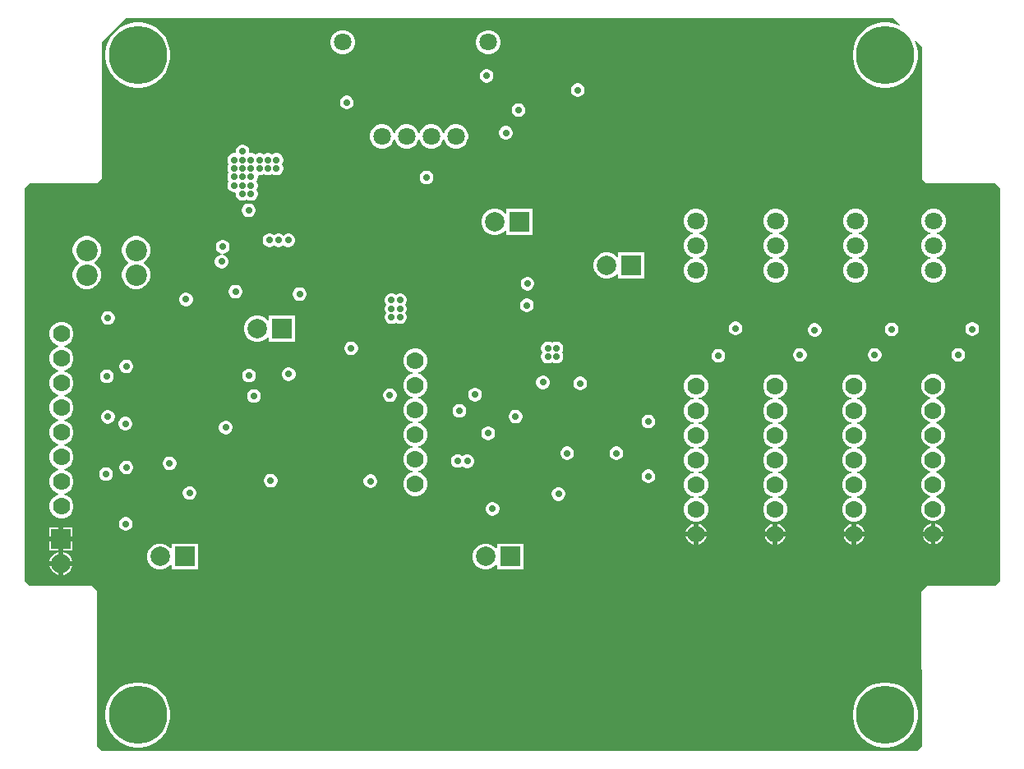
<source format=gbl>
G04*
G04 #@! TF.GenerationSoftware,Altium Limited,Altium Designer,23.0.1 (38)*
G04*
G04 Layer_Physical_Order=4*
G04 Layer_Color=16711680*
%FSLAX44Y44*%
%MOMM*%
G71*
G04*
G04 #@! TF.SameCoordinates,FF345AFA-0CE5-413A-8FAD-513570D1C1FC*
G04*
G04*
G04 #@! TF.FilePolarity,Positive*
G04*
G01*
G75*
%ADD94R,2.0000X2.0000*%
%ADD95C,2.0000*%
%ADD96C,1.8000*%
%ADD97C,1.7780*%
%ADD98C,2.2000*%
%ADD99R,2.0000X2.0000*%
%ADD100C,6.0000*%
%ADD101C,0.7000*%
G36*
X916584Y763416D02*
X915828Y762376D01*
X914710Y762946D01*
X909695Y764575D01*
X904486Y765400D01*
X899213D01*
X894006Y764575D01*
X888990Y762946D01*
X884292Y760552D01*
X880026Y757452D01*
X876298Y753724D01*
X873198Y749458D01*
X870804Y744760D01*
X869175Y739745D01*
X868350Y734537D01*
Y729264D01*
X869175Y724055D01*
X870804Y719041D01*
X873198Y714342D01*
X876298Y710076D01*
X880026Y706348D01*
X884292Y703248D01*
X888990Y700854D01*
X894006Y699225D01*
X899213Y698400D01*
X904486D01*
X909695Y699225D01*
X914710Y700854D01*
X919408Y703248D01*
X923674Y706348D01*
X927402Y710076D01*
X930502Y714342D01*
X932896Y719041D01*
X934525Y724055D01*
X935350Y729264D01*
Y734537D01*
X934525Y739745D01*
X932896Y744760D01*
X932326Y745878D01*
X933366Y746634D01*
X940000Y740000D01*
Y604000D01*
X944000Y600000D01*
X1015000D01*
X1020000Y595000D01*
Y190000D01*
X1015000Y185000D01*
X945000D01*
X939000Y179000D01*
X940000Y20000D01*
X935000Y15000D01*
X95000D01*
X90000Y20000D01*
Y180000D01*
X85000Y185000D01*
X20000D01*
X15000Y190000D01*
Y595000D01*
X20000Y600000D01*
X90000D01*
X95000Y605000D01*
X95000Y745000D01*
X120000Y770000D01*
X910000D01*
X916584Y763416D01*
D02*
G37*
%LPC*%
G36*
X494646Y757500D02*
X491354D01*
X488175Y756648D01*
X485325Y755003D01*
X482998Y752675D01*
X481352Y749825D01*
X480500Y746646D01*
Y743354D01*
X481352Y740175D01*
X482998Y737325D01*
X485325Y734997D01*
X488175Y733352D01*
X491354Y732500D01*
X494646D01*
X497825Y733352D01*
X500675Y734997D01*
X503003Y737325D01*
X504648Y740175D01*
X505500Y743354D01*
Y746646D01*
X504648Y749825D01*
X503003Y752675D01*
X500675Y755003D01*
X497825Y756648D01*
X494646Y757500D01*
D02*
G37*
G36*
X344646D02*
X341354D01*
X338175Y756648D01*
X335325Y755003D01*
X332998Y752675D01*
X331352Y749825D01*
X330500Y746646D01*
Y743354D01*
X331352Y740175D01*
X332998Y737325D01*
X335325Y734997D01*
X338175Y733352D01*
X341354Y732500D01*
X344646D01*
X347825Y733352D01*
X350675Y734997D01*
X353003Y737325D01*
X354648Y740175D01*
X355500Y743354D01*
Y746646D01*
X354648Y749825D01*
X353003Y752675D01*
X350675Y755003D01*
X347825Y756648D01*
X344646Y757500D01*
D02*
G37*
G36*
X492172Y717500D02*
X490328D01*
X488548Y717023D01*
X486952Y716101D01*
X485649Y714798D01*
X484727Y713202D01*
X484250Y711422D01*
Y709578D01*
X484727Y707798D01*
X485649Y706202D01*
X486952Y704899D01*
X488548Y703977D01*
X490328Y703500D01*
X492172D01*
X493952Y703977D01*
X495548Y704899D01*
X496851Y706202D01*
X497773Y707798D01*
X498250Y709578D01*
Y711422D01*
X497773Y713202D01*
X496851Y714798D01*
X495548Y716101D01*
X493952Y717023D01*
X492172Y717500D01*
D02*
G37*
G36*
X134586Y765400D02*
X129313D01*
X124105Y764575D01*
X119090Y762946D01*
X114392Y760552D01*
X110126Y757452D01*
X106398Y753724D01*
X103298Y749458D01*
X100904Y744760D01*
X99275Y739745D01*
X98450Y734537D01*
Y729264D01*
X99275Y724055D01*
X100904Y719041D01*
X103298Y714342D01*
X106398Y710076D01*
X110126Y706348D01*
X114392Y703248D01*
X119090Y700854D01*
X124105Y699225D01*
X129313Y698400D01*
X134586D01*
X139795Y699225D01*
X144810Y700854D01*
X149508Y703248D01*
X153774Y706348D01*
X157502Y710076D01*
X160602Y714342D01*
X162996Y719041D01*
X164625Y724055D01*
X165450Y729264D01*
Y734537D01*
X164625Y739745D01*
X162996Y744760D01*
X160602Y749458D01*
X157502Y753724D01*
X153774Y757452D01*
X149508Y760552D01*
X144810Y762946D01*
X139795Y764575D01*
X134586Y765400D01*
D02*
G37*
G36*
X585922Y702750D02*
X584078D01*
X582298Y702273D01*
X580702Y701351D01*
X579399Y700048D01*
X578477Y698452D01*
X578000Y696672D01*
Y694828D01*
X578477Y693048D01*
X579399Y691452D01*
X580702Y690149D01*
X582298Y689227D01*
X584078Y688750D01*
X585922D01*
X587702Y689227D01*
X589298Y690149D01*
X590601Y691452D01*
X591523Y693048D01*
X592000Y694828D01*
Y696672D01*
X591523Y698452D01*
X590601Y700048D01*
X589298Y701351D01*
X587702Y702273D01*
X585922Y702750D01*
D02*
G37*
G36*
X347922Y690000D02*
X346078D01*
X344298Y689523D01*
X342702Y688601D01*
X341399Y687298D01*
X340477Y685702D01*
X340000Y683922D01*
Y682078D01*
X340477Y680298D01*
X341399Y678702D01*
X342702Y677399D01*
X344298Y676477D01*
X346078Y676000D01*
X347922D01*
X349702Y676477D01*
X351298Y677399D01*
X352601Y678702D01*
X353523Y680298D01*
X354000Y682078D01*
Y683922D01*
X353523Y685702D01*
X352601Y687298D01*
X351298Y688601D01*
X349702Y689523D01*
X347922Y690000D01*
D02*
G37*
G36*
X524922Y682250D02*
X523078D01*
X521298Y681773D01*
X519702Y680851D01*
X518399Y679548D01*
X517477Y677952D01*
X517000Y676171D01*
Y674328D01*
X517477Y672548D01*
X518399Y670952D01*
X519702Y669649D01*
X521298Y668727D01*
X523078Y668250D01*
X524922D01*
X526702Y668727D01*
X528298Y669649D01*
X529601Y670952D01*
X530523Y672548D01*
X531000Y674328D01*
Y676171D01*
X530523Y677952D01*
X529601Y679548D01*
X528298Y680851D01*
X526702Y681773D01*
X524922Y682250D01*
D02*
G37*
G36*
X461196Y660750D02*
X457904D01*
X454725Y659898D01*
X451875Y658252D01*
X449548Y655925D01*
X447902Y653075D01*
X447507Y651603D01*
X446193D01*
X445798Y653075D01*
X444152Y655925D01*
X441825Y658252D01*
X438975Y659898D01*
X435796Y660750D01*
X432504D01*
X429325Y659898D01*
X426475Y658252D01*
X424147Y655925D01*
X422502Y653075D01*
X422107Y651603D01*
X420793D01*
X420398Y653075D01*
X418753Y655925D01*
X416425Y658252D01*
X413575Y659898D01*
X410396Y660750D01*
X407104D01*
X403925Y659898D01*
X401075Y658252D01*
X398747Y655925D01*
X397102Y653075D01*
X396707Y651603D01*
X395393D01*
X394998Y653075D01*
X393353Y655925D01*
X391025Y658252D01*
X388175Y659898D01*
X384996Y660750D01*
X381704D01*
X378525Y659898D01*
X375675Y658252D01*
X373348Y655925D01*
X371702Y653075D01*
X370850Y649896D01*
Y646604D01*
X371702Y643425D01*
X373348Y640575D01*
X375675Y638247D01*
X378525Y636602D01*
X381704Y635750D01*
X384996D01*
X388175Y636602D01*
X391025Y638247D01*
X393353Y640575D01*
X394998Y643425D01*
X395393Y644897D01*
X396707D01*
X397102Y643425D01*
X398747Y640575D01*
X401075Y638247D01*
X403925Y636602D01*
X407104Y635750D01*
X410396D01*
X413575Y636602D01*
X416425Y638247D01*
X418753Y640575D01*
X420398Y643425D01*
X420793Y644897D01*
X422107D01*
X422502Y643425D01*
X424147Y640575D01*
X426475Y638247D01*
X429325Y636602D01*
X432504Y635750D01*
X435796D01*
X438975Y636602D01*
X441825Y638247D01*
X444152Y640575D01*
X445798Y643425D01*
X446193Y644897D01*
X447507D01*
X447902Y643425D01*
X449548Y640575D01*
X451875Y638247D01*
X454725Y636602D01*
X457904Y635750D01*
X461196D01*
X464375Y636602D01*
X467225Y638247D01*
X469552Y640575D01*
X471198Y643425D01*
X472050Y646604D01*
Y649896D01*
X471198Y653075D01*
X469552Y655925D01*
X467225Y658252D01*
X464375Y659898D01*
X461196Y660750D01*
D02*
G37*
G36*
X511922Y658750D02*
X510078D01*
X508298Y658273D01*
X506702Y657351D01*
X505399Y656048D01*
X504477Y654452D01*
X504000Y652672D01*
Y650828D01*
X504477Y649048D01*
X505399Y647452D01*
X506702Y646149D01*
X508298Y645227D01*
X510078Y644750D01*
X511922D01*
X513702Y645227D01*
X515298Y646149D01*
X516601Y647452D01*
X517523Y649048D01*
X518000Y650828D01*
Y652672D01*
X517523Y654452D01*
X516601Y656048D01*
X515298Y657351D01*
X513702Y658273D01*
X511922Y658750D01*
D02*
G37*
G36*
X240672Y639500D02*
X238828D01*
X237048Y639023D01*
X235452Y638101D01*
X234149Y636798D01*
X233227Y635202D01*
X232750Y633422D01*
Y631843D01*
X232279Y631221D01*
X231657Y630750D01*
X230078D01*
X228298Y630273D01*
X226702Y629351D01*
X225399Y628048D01*
X224477Y626452D01*
X224000Y624672D01*
Y622828D01*
X224477Y621048D01*
X225399Y619452D01*
X225476Y619375D01*
X225399Y619298D01*
X224477Y617702D01*
X224000Y615922D01*
Y614078D01*
X224477Y612298D01*
X225399Y610702D01*
X225476Y610625D01*
X225399Y610548D01*
X224477Y608952D01*
X224000Y607172D01*
Y605328D01*
X224477Y603548D01*
X225399Y601952D01*
X225476Y601875D01*
X225399Y601798D01*
X224477Y600202D01*
X224000Y598422D01*
Y596578D01*
X224477Y594798D01*
X225399Y593202D01*
X226702Y591899D01*
X228298Y590977D01*
X230078Y590500D01*
X231657D01*
X232279Y590029D01*
X232750Y589407D01*
Y587828D01*
X233227Y586048D01*
X234149Y584452D01*
X235452Y583149D01*
X237048Y582227D01*
X238828Y581750D01*
X240672D01*
X242452Y582227D01*
X244048Y583149D01*
X244125Y583226D01*
X244202Y583149D01*
X245798Y582227D01*
X247578Y581750D01*
X249422D01*
X251202Y582227D01*
X252798Y583149D01*
X254101Y584452D01*
X255023Y586048D01*
X255500Y587828D01*
Y589672D01*
X255023Y591452D01*
X254101Y593048D01*
X254025Y593125D01*
X254101Y593202D01*
X255023Y594798D01*
X255500Y596578D01*
Y598422D01*
X255023Y600202D01*
X254101Y601798D01*
X254025Y601875D01*
X254101Y601952D01*
X255023Y603548D01*
X255500Y605328D01*
Y606907D01*
X255971Y607529D01*
X256593Y608000D01*
X258172D01*
X259952Y608477D01*
X261548Y609399D01*
X261625Y609476D01*
X261702Y609399D01*
X263298Y608477D01*
X265078Y608000D01*
X266922D01*
X268702Y608477D01*
X270298Y609399D01*
X270375Y609476D01*
X270452Y609399D01*
X272048Y608477D01*
X273828Y608000D01*
X275672D01*
X277452Y608477D01*
X279048Y609399D01*
X280351Y610702D01*
X281273Y612298D01*
X281750Y614078D01*
Y615922D01*
X281273Y617702D01*
X280351Y619298D01*
X280274Y619375D01*
X280351Y619452D01*
X281273Y621048D01*
X281750Y622828D01*
Y624672D01*
X281273Y626452D01*
X280351Y628048D01*
X279048Y629351D01*
X277452Y630273D01*
X275672Y630750D01*
X273828D01*
X272048Y630273D01*
X270452Y629351D01*
X270375Y629274D01*
X270298Y629351D01*
X268702Y630273D01*
X266922Y630750D01*
X265078D01*
X263298Y630273D01*
X261702Y629351D01*
X261625Y629274D01*
X261548Y629351D01*
X259952Y630273D01*
X258172Y630750D01*
X256328D01*
X254548Y630273D01*
X252952Y629351D01*
X252875Y629274D01*
X252798Y629351D01*
X251202Y630273D01*
X249422Y630750D01*
X247843D01*
X247221Y631221D01*
X246750Y631843D01*
Y633422D01*
X246273Y635202D01*
X245351Y636798D01*
X244048Y638101D01*
X242452Y639023D01*
X240672Y639500D01*
D02*
G37*
G36*
X430172Y612750D02*
X428328D01*
X426548Y612273D01*
X424952Y611351D01*
X423649Y610048D01*
X422727Y608452D01*
X422250Y606672D01*
Y604828D01*
X422727Y603048D01*
X423649Y601452D01*
X424952Y600149D01*
X426548Y599227D01*
X428328Y598750D01*
X430172D01*
X431952Y599227D01*
X433548Y600149D01*
X434851Y601452D01*
X435773Y603048D01*
X436250Y604828D01*
Y606672D01*
X435773Y608452D01*
X434851Y610048D01*
X433548Y611351D01*
X431952Y612273D01*
X430172Y612750D01*
D02*
G37*
G36*
X538500Y573500D02*
X511500D01*
Y568706D01*
X510230Y568462D01*
X507889Y570803D01*
X504811Y572580D01*
X501377Y573500D01*
X497823D01*
X494389Y572580D01*
X491311Y570803D01*
X488797Y568289D01*
X487020Y565211D01*
X486100Y561777D01*
Y558223D01*
X487020Y554789D01*
X488797Y551711D01*
X491311Y549197D01*
X494389Y547420D01*
X497823Y546500D01*
X501377D01*
X504811Y547420D01*
X507889Y549197D01*
X510230Y551538D01*
X511500Y551294D01*
Y546500D01*
X538500D01*
Y573500D01*
D02*
G37*
G36*
X246922Y579000D02*
X245078D01*
X243298Y578523D01*
X241702Y577601D01*
X240399Y576298D01*
X239477Y574702D01*
X239000Y572922D01*
Y571078D01*
X239477Y569298D01*
X240399Y567702D01*
X241702Y566399D01*
X243298Y565477D01*
X245078Y565000D01*
X246922D01*
X248702Y565477D01*
X250298Y566399D01*
X251601Y567702D01*
X252523Y569298D01*
X253000Y571078D01*
Y572922D01*
X252523Y574702D01*
X251601Y576298D01*
X250298Y577601D01*
X248702Y578523D01*
X246922Y579000D01*
D02*
G37*
G36*
X287672Y548000D02*
X285828D01*
X284048Y547523D01*
X282452Y546601D01*
X281875Y546025D01*
X281298Y546601D01*
X279702Y547523D01*
X277922Y548000D01*
X276078D01*
X274298Y547523D01*
X272702Y546601D01*
X272250Y546149D01*
X271798Y546601D01*
X270202Y547523D01*
X268422Y548000D01*
X266578D01*
X264798Y547523D01*
X263202Y546601D01*
X261899Y545298D01*
X260977Y543702D01*
X260500Y541922D01*
Y540078D01*
X260977Y538298D01*
X261899Y536702D01*
X263202Y535399D01*
X264798Y534477D01*
X266578Y534000D01*
X268422D01*
X270202Y534477D01*
X271798Y535399D01*
X272250Y535850D01*
X272702Y535399D01*
X274298Y534477D01*
X276078Y534000D01*
X277922D01*
X279702Y534477D01*
X281298Y535399D01*
X281875Y535976D01*
X282452Y535399D01*
X284048Y534477D01*
X285828Y534000D01*
X287672D01*
X289452Y534477D01*
X291048Y535399D01*
X292351Y536702D01*
X293273Y538298D01*
X293750Y540078D01*
Y541922D01*
X293273Y543702D01*
X292351Y545298D01*
X291048Y546601D01*
X289452Y547523D01*
X287672Y548000D01*
D02*
G37*
G36*
X653900Y528500D02*
X626900D01*
Y523706D01*
X625630Y523462D01*
X623289Y525803D01*
X620211Y527580D01*
X616777Y528500D01*
X613223D01*
X609789Y527580D01*
X606711Y525803D01*
X604197Y523289D01*
X602420Y520211D01*
X601500Y516777D01*
Y513223D01*
X602420Y509789D01*
X604197Y506711D01*
X606711Y504197D01*
X609789Y502420D01*
X613223Y501500D01*
X616777D01*
X620211Y502420D01*
X623289Y504197D01*
X625630Y506538D01*
X626900Y506294D01*
Y501500D01*
X653900D01*
Y528500D01*
D02*
G37*
G36*
X220172Y541250D02*
X218328D01*
X216548Y540773D01*
X214952Y539851D01*
X213649Y538548D01*
X212727Y536952D01*
X212250Y535172D01*
Y533328D01*
X212727Y531548D01*
X213649Y529952D01*
X214952Y528649D01*
X216548Y527727D01*
X217972Y527346D01*
X218328Y527250D01*
X218280Y526000D01*
X217921Y526000D01*
X217328D01*
X215548Y525523D01*
X213952Y524601D01*
X212649Y523298D01*
X211727Y521702D01*
X211250Y519922D01*
Y518078D01*
X211727Y516298D01*
X212649Y514702D01*
X213952Y513399D01*
X215548Y512477D01*
X217328Y512000D01*
X219172D01*
X220952Y512477D01*
X222548Y513399D01*
X223851Y514702D01*
X224773Y516298D01*
X225250Y518078D01*
Y519922D01*
X224773Y521702D01*
X223851Y523298D01*
X222548Y524601D01*
X220952Y525523D01*
X219528Y525905D01*
X219172Y526000D01*
X219220Y527250D01*
X219579Y527250D01*
X220172D01*
X221952Y527727D01*
X223548Y528649D01*
X224851Y529952D01*
X225773Y531548D01*
X226250Y533328D01*
Y535172D01*
X225773Y536952D01*
X224851Y538548D01*
X223548Y539851D01*
X221952Y540773D01*
X220172Y541250D01*
D02*
G37*
G36*
X953396Y573500D02*
X950104D01*
X946925Y572648D01*
X944075Y571003D01*
X941748Y568675D01*
X940102Y565825D01*
X939250Y562646D01*
Y559354D01*
X940102Y556175D01*
X941748Y553325D01*
X944075Y550998D01*
X946925Y549352D01*
X948397Y548957D01*
Y547643D01*
X946925Y547248D01*
X944075Y545602D01*
X941748Y543275D01*
X940102Y540425D01*
X939250Y537246D01*
Y533954D01*
X940102Y530775D01*
X941748Y527925D01*
X944075Y525597D01*
X946925Y523952D01*
X948397Y523557D01*
Y522243D01*
X946925Y521848D01*
X944075Y520202D01*
X941748Y517875D01*
X940102Y515025D01*
X939250Y511846D01*
Y508554D01*
X940102Y505375D01*
X941748Y502525D01*
X944075Y500197D01*
X946925Y498552D01*
X950104Y497700D01*
X953396D01*
X956575Y498552D01*
X959425Y500197D01*
X961752Y502525D01*
X963398Y505375D01*
X964250Y508554D01*
Y511846D01*
X963398Y515025D01*
X961752Y517875D01*
X959425Y520202D01*
X956575Y521848D01*
X955103Y522243D01*
Y523557D01*
X956575Y523952D01*
X959425Y525597D01*
X961752Y527925D01*
X963398Y530775D01*
X964250Y533954D01*
Y537246D01*
X963398Y540425D01*
X961752Y543275D01*
X959425Y545602D01*
X956575Y547248D01*
X955103Y547643D01*
Y548957D01*
X956575Y549352D01*
X959425Y550998D01*
X961752Y553325D01*
X963398Y556175D01*
X964250Y559354D01*
Y562646D01*
X963398Y565825D01*
X961752Y568675D01*
X959425Y571003D01*
X956575Y572648D01*
X953396Y573500D01*
D02*
G37*
G36*
X872896D02*
X869604D01*
X866425Y572648D01*
X863575Y571003D01*
X861247Y568675D01*
X859602Y565825D01*
X858750Y562646D01*
Y559354D01*
X859602Y556175D01*
X861247Y553325D01*
X863575Y550998D01*
X866425Y549352D01*
X867897Y548957D01*
Y547643D01*
X866425Y547248D01*
X863575Y545602D01*
X861247Y543275D01*
X859602Y540425D01*
X858750Y537246D01*
Y533954D01*
X859602Y530775D01*
X861247Y527925D01*
X863575Y525597D01*
X866425Y523952D01*
X867897Y523557D01*
Y522243D01*
X866425Y521848D01*
X863575Y520202D01*
X861247Y517875D01*
X859602Y515025D01*
X858750Y511846D01*
Y508554D01*
X859602Y505375D01*
X861247Y502525D01*
X863575Y500197D01*
X866425Y498552D01*
X869604Y497700D01*
X872896D01*
X876075Y498552D01*
X878925Y500197D01*
X881253Y502525D01*
X882898Y505375D01*
X883750Y508554D01*
Y511846D01*
X882898Y515025D01*
X881253Y517875D01*
X878925Y520202D01*
X876075Y521848D01*
X874603Y522243D01*
Y523557D01*
X876075Y523952D01*
X878925Y525597D01*
X881253Y527925D01*
X882898Y530775D01*
X883750Y533954D01*
Y537246D01*
X882898Y540425D01*
X881253Y543275D01*
X878925Y545602D01*
X876075Y547248D01*
X874603Y547643D01*
Y548957D01*
X876075Y549352D01*
X878925Y550998D01*
X881253Y553325D01*
X882898Y556175D01*
X883750Y559354D01*
Y562646D01*
X882898Y565825D01*
X881253Y568675D01*
X878925Y571003D01*
X876075Y572648D01*
X872896Y573500D01*
D02*
G37*
G36*
X790562D02*
X787271D01*
X784092Y572648D01*
X781242Y571003D01*
X778914Y568675D01*
X777269Y565825D01*
X776417Y562646D01*
Y559354D01*
X777269Y556175D01*
X778914Y553325D01*
X781242Y550998D01*
X784092Y549352D01*
X785564Y548957D01*
Y547643D01*
X784092Y547248D01*
X781242Y545602D01*
X778914Y543275D01*
X777269Y540425D01*
X776417Y537246D01*
Y533954D01*
X777269Y530775D01*
X778914Y527925D01*
X781242Y525597D01*
X784092Y523952D01*
X785564Y523557D01*
Y522243D01*
X784092Y521848D01*
X781242Y520202D01*
X778914Y517875D01*
X777269Y515025D01*
X776417Y511846D01*
Y508554D01*
X777269Y505375D01*
X778914Y502525D01*
X781242Y500197D01*
X784092Y498552D01*
X787271Y497700D01*
X790562D01*
X793742Y498552D01*
X796592Y500197D01*
X798919Y502525D01*
X800565Y505375D01*
X801417Y508554D01*
Y511846D01*
X800565Y515025D01*
X798919Y517875D01*
X796592Y520202D01*
X793742Y521848D01*
X792269Y522243D01*
Y523557D01*
X793742Y523952D01*
X796592Y525597D01*
X798919Y527925D01*
X800565Y530775D01*
X801417Y533954D01*
Y537246D01*
X800565Y540425D01*
X798919Y543275D01*
X796592Y545602D01*
X793742Y547248D01*
X792269Y547643D01*
Y548957D01*
X793742Y549352D01*
X796592Y550998D01*
X798919Y553325D01*
X800565Y556175D01*
X801417Y559354D01*
Y562646D01*
X800565Y565825D01*
X798919Y568675D01*
X796592Y571003D01*
X793742Y572648D01*
X790562Y573500D01*
D02*
G37*
G36*
X708396Y573300D02*
X705104D01*
X701925Y572448D01*
X699075Y570802D01*
X696748Y568475D01*
X695102Y565625D01*
X694250Y562446D01*
Y559154D01*
X695102Y555975D01*
X696748Y553125D01*
X699075Y550798D01*
X701925Y549152D01*
X703397Y548757D01*
Y547443D01*
X701925Y547048D01*
X699075Y545402D01*
X696748Y543075D01*
X695102Y540225D01*
X694250Y537046D01*
Y533754D01*
X695102Y530575D01*
X696748Y527725D01*
X699075Y525397D01*
X701925Y523752D01*
X703397Y523357D01*
Y522043D01*
X701925Y521648D01*
X699075Y520003D01*
X696748Y517675D01*
X695102Y514825D01*
X694250Y511646D01*
Y508354D01*
X695102Y505175D01*
X696748Y502325D01*
X699075Y499997D01*
X701925Y498352D01*
X705104Y497500D01*
X708396D01*
X711575Y498352D01*
X714425Y499997D01*
X716752Y502325D01*
X718398Y505175D01*
X719250Y508354D01*
Y511646D01*
X718398Y514825D01*
X716752Y517675D01*
X714425Y520003D01*
X711575Y521648D01*
X710103Y522043D01*
Y523357D01*
X711575Y523752D01*
X714425Y525397D01*
X716752Y527725D01*
X718398Y530575D01*
X719250Y533754D01*
Y537046D01*
X718398Y540225D01*
X716752Y543075D01*
X714425Y545402D01*
X711575Y547048D01*
X710103Y547443D01*
Y548757D01*
X711575Y549152D01*
X714425Y550798D01*
X716752Y553125D01*
X718398Y555975D01*
X719250Y559154D01*
Y562446D01*
X718398Y565625D01*
X716752Y568475D01*
X714425Y570802D01*
X711575Y572448D01*
X708396Y573300D01*
D02*
G37*
G36*
X131959Y545250D02*
X128141D01*
X124453Y544262D01*
X121147Y542353D01*
X118447Y539653D01*
X116538Y536347D01*
X115550Y532659D01*
Y528841D01*
X116538Y525153D01*
X118447Y521847D01*
X121147Y519147D01*
X121947Y518685D01*
Y517415D01*
X121147Y516953D01*
X118447Y514253D01*
X116538Y510947D01*
X115550Y507259D01*
Y503441D01*
X116538Y499753D01*
X118447Y496447D01*
X121147Y493747D01*
X124453Y491838D01*
X128141Y490850D01*
X131959D01*
X135647Y491838D01*
X138953Y493747D01*
X141653Y496447D01*
X143562Y499753D01*
X144550Y503441D01*
Y507259D01*
X143562Y510947D01*
X141653Y514253D01*
X138953Y516953D01*
X138153Y517415D01*
Y518685D01*
X138953Y519147D01*
X141653Y521847D01*
X143562Y525153D01*
X144550Y528841D01*
Y532659D01*
X143562Y536347D01*
X141653Y539653D01*
X138953Y542353D01*
X135647Y544262D01*
X131959Y545250D01*
D02*
G37*
G36*
X81159D02*
X77341D01*
X73653Y544262D01*
X70347Y542353D01*
X67647Y539653D01*
X65738Y536347D01*
X64750Y532659D01*
Y528841D01*
X65738Y525153D01*
X67647Y521847D01*
X70347Y519147D01*
X71147Y518685D01*
Y517415D01*
X70347Y516953D01*
X67647Y514253D01*
X65738Y510947D01*
X64750Y507259D01*
Y503441D01*
X65738Y499753D01*
X67647Y496447D01*
X70347Y493747D01*
X73653Y491838D01*
X77341Y490850D01*
X81159D01*
X84847Y491838D01*
X88153Y493747D01*
X90853Y496447D01*
X92762Y499753D01*
X93750Y503441D01*
Y507259D01*
X92762Y510947D01*
X90853Y514253D01*
X88153Y516953D01*
X87353Y517415D01*
Y518685D01*
X88153Y519147D01*
X90853Y521847D01*
X92762Y525153D01*
X93750Y528841D01*
Y532659D01*
X92762Y536347D01*
X90853Y539653D01*
X88153Y542353D01*
X84847Y544262D01*
X81159Y545250D01*
D02*
G37*
G36*
X534172Y503250D02*
X532328D01*
X530548Y502773D01*
X528952Y501851D01*
X527649Y500548D01*
X526727Y498952D01*
X526250Y497172D01*
Y495328D01*
X526727Y493548D01*
X527649Y491952D01*
X528952Y490649D01*
X530548Y489727D01*
X532328Y489250D01*
X534172D01*
X535952Y489727D01*
X537548Y490649D01*
X538851Y491952D01*
X539773Y493548D01*
X540250Y495328D01*
Y497172D01*
X539773Y498952D01*
X538851Y500548D01*
X537548Y501851D01*
X535952Y502773D01*
X534172Y503250D01*
D02*
G37*
G36*
X402922Y486250D02*
X401078D01*
X399298Y485773D01*
X397702Y484851D01*
X397625Y484775D01*
X397548Y484851D01*
X395952Y485773D01*
X394172Y486250D01*
X392328D01*
X390548Y485773D01*
X388952Y484851D01*
X387649Y483548D01*
X386727Y481952D01*
X386250Y480172D01*
Y478328D01*
X386727Y476548D01*
X387649Y474952D01*
X387725Y474875D01*
X387649Y474798D01*
X386727Y473202D01*
X386250Y471422D01*
Y469578D01*
X386727Y467798D01*
X387649Y466202D01*
X387725Y466125D01*
X387649Y466048D01*
X386727Y464452D01*
X386250Y462672D01*
Y460828D01*
X386727Y459048D01*
X387649Y457452D01*
X388952Y456149D01*
X390548Y455227D01*
X392328Y454750D01*
X394172D01*
X395952Y455227D01*
X397548Y456149D01*
X397625Y456226D01*
X397702Y456149D01*
X399298Y455227D01*
X401078Y454750D01*
X402922D01*
X404702Y455227D01*
X406298Y456149D01*
X407601Y457452D01*
X408523Y459048D01*
X409000Y460828D01*
Y462672D01*
X408523Y464452D01*
X407601Y466048D01*
X407524Y466125D01*
X407601Y466202D01*
X408523Y467798D01*
X409000Y469578D01*
Y471422D01*
X408523Y473202D01*
X407601Y474798D01*
X407524Y474875D01*
X407601Y474952D01*
X408523Y476548D01*
X409000Y478328D01*
Y480172D01*
X408523Y481952D01*
X407601Y483548D01*
X406298Y484851D01*
X404702Y485773D01*
X402922Y486250D01*
D02*
G37*
G36*
X233422Y495000D02*
X231578D01*
X229798Y494523D01*
X228202Y493601D01*
X226899Y492298D01*
X225977Y490702D01*
X225500Y488922D01*
Y487078D01*
X225977Y485298D01*
X226899Y483702D01*
X228202Y482399D01*
X229798Y481477D01*
X231578Y481000D01*
X233422D01*
X235202Y481477D01*
X236798Y482399D01*
X238101Y483702D01*
X239023Y485298D01*
X239500Y487078D01*
Y488922D01*
X239023Y490702D01*
X238101Y492298D01*
X236798Y493601D01*
X235202Y494523D01*
X233422Y495000D01*
D02*
G37*
G36*
X299422Y492500D02*
X297578D01*
X295798Y492023D01*
X294202Y491101D01*
X292899Y489798D01*
X291977Y488202D01*
X291500Y486422D01*
Y484578D01*
X291977Y482798D01*
X292899Y481202D01*
X294202Y479899D01*
X295798Y478977D01*
X297578Y478500D01*
X299422D01*
X301202Y478977D01*
X302798Y479899D01*
X304101Y481202D01*
X305023Y482798D01*
X305500Y484578D01*
Y486422D01*
X305023Y488202D01*
X304101Y489798D01*
X302798Y491101D01*
X301202Y492023D01*
X299422Y492500D01*
D02*
G37*
G36*
X182422Y487000D02*
X180578D01*
X178798Y486523D01*
X177202Y485601D01*
X175899Y484298D01*
X174977Y482702D01*
X174500Y480922D01*
Y479078D01*
X174977Y477298D01*
X175899Y475702D01*
X177202Y474399D01*
X178798Y473477D01*
X180578Y473000D01*
X182422D01*
X184202Y473477D01*
X185798Y474399D01*
X187101Y475702D01*
X188023Y477298D01*
X188500Y479078D01*
Y480922D01*
X188023Y482702D01*
X187101Y484298D01*
X185798Y485601D01*
X184202Y486523D01*
X182422Y487000D01*
D02*
G37*
G36*
X533672Y481000D02*
X531828D01*
X530048Y480523D01*
X528452Y479601D01*
X527149Y478298D01*
X526227Y476702D01*
X525750Y474922D01*
Y473078D01*
X526227Y471298D01*
X527149Y469702D01*
X528452Y468399D01*
X530048Y467477D01*
X531828Y467000D01*
X533672D01*
X535452Y467477D01*
X537048Y468399D01*
X538351Y469702D01*
X539273Y471298D01*
X539750Y473078D01*
Y474922D01*
X539273Y476702D01*
X538351Y478298D01*
X537048Y479601D01*
X535452Y480523D01*
X533672Y481000D01*
D02*
G37*
G36*
X293900Y463500D02*
X266900D01*
Y458706D01*
X265630Y458462D01*
X263289Y460803D01*
X260211Y462580D01*
X256777Y463500D01*
X253223D01*
X249789Y462580D01*
X246711Y460803D01*
X244197Y458289D01*
X242420Y455211D01*
X241500Y451777D01*
Y448223D01*
X242420Y444789D01*
X244197Y441711D01*
X246711Y439197D01*
X249789Y437420D01*
X253223Y436500D01*
X256777D01*
X260211Y437420D01*
X263289Y439197D01*
X265630Y441538D01*
X266900Y441294D01*
Y436500D01*
X293900D01*
Y463500D01*
D02*
G37*
G36*
X101922Y468000D02*
X100078D01*
X98298Y467523D01*
X96702Y466601D01*
X95399Y465298D01*
X94477Y463702D01*
X94000Y461922D01*
Y460078D01*
X94477Y458298D01*
X95399Y456702D01*
X96702Y455399D01*
X98298Y454477D01*
X100078Y454000D01*
X101922D01*
X103702Y454477D01*
X105298Y455399D01*
X106601Y456702D01*
X107523Y458298D01*
X108000Y460078D01*
Y461922D01*
X107523Y463702D01*
X106601Y465298D01*
X105298Y466601D01*
X103702Y467523D01*
X101922Y468000D01*
D02*
G37*
G36*
X748422Y457250D02*
X746578D01*
X744798Y456773D01*
X743202Y455851D01*
X741899Y454548D01*
X740977Y452952D01*
X740500Y451172D01*
Y449328D01*
X740977Y447548D01*
X741899Y445952D01*
X743202Y444649D01*
X744798Y443727D01*
X746578Y443250D01*
X748422D01*
X750202Y443727D01*
X751798Y444649D01*
X753101Y445952D01*
X754023Y447548D01*
X754500Y449328D01*
Y451172D01*
X754023Y452952D01*
X753101Y454548D01*
X751798Y455851D01*
X750202Y456773D01*
X748422Y457250D01*
D02*
G37*
G36*
X992422Y456500D02*
X990578D01*
X988798Y456023D01*
X987202Y455101D01*
X985899Y453798D01*
X984977Y452202D01*
X984500Y450422D01*
Y448578D01*
X984977Y446798D01*
X985899Y445202D01*
X987202Y443899D01*
X988798Y442977D01*
X990578Y442500D01*
X992422D01*
X994202Y442977D01*
X995798Y443899D01*
X997101Y445202D01*
X998023Y446798D01*
X998500Y448578D01*
Y450422D01*
X998023Y452202D01*
X997101Y453798D01*
X995798Y455101D01*
X994202Y456023D01*
X992422Y456500D01*
D02*
G37*
G36*
X909422Y456250D02*
X907578D01*
X905798Y455773D01*
X904202Y454851D01*
X902899Y453548D01*
X901977Y451952D01*
X901500Y450172D01*
Y448328D01*
X901977Y446548D01*
X902899Y444952D01*
X904202Y443649D01*
X905798Y442727D01*
X907578Y442250D01*
X909422D01*
X911202Y442727D01*
X912798Y443649D01*
X914101Y444952D01*
X915023Y446548D01*
X915500Y448328D01*
Y450172D01*
X915023Y451952D01*
X914101Y453548D01*
X912798Y454851D01*
X911202Y455773D01*
X909422Y456250D01*
D02*
G37*
G36*
X830172Y455500D02*
X828328D01*
X826548Y455023D01*
X824952Y454101D01*
X823649Y452798D01*
X822727Y451202D01*
X822250Y449422D01*
Y447578D01*
X822727Y445798D01*
X823649Y444202D01*
X824952Y442899D01*
X826548Y441977D01*
X828328Y441500D01*
X830172D01*
X831952Y441977D01*
X833548Y442899D01*
X834851Y444202D01*
X835773Y445798D01*
X836250Y447578D01*
Y449422D01*
X835773Y451202D01*
X834851Y452798D01*
X833548Y454101D01*
X831952Y455023D01*
X830172Y455500D01*
D02*
G37*
G36*
X563922Y436750D02*
X562078D01*
X560298Y436273D01*
X558702Y435351D01*
X558625Y435275D01*
X558548Y435351D01*
X556952Y436273D01*
X555172Y436750D01*
X553328D01*
X551548Y436273D01*
X549952Y435351D01*
X548649Y434048D01*
X547727Y432452D01*
X547250Y430672D01*
Y428828D01*
X547727Y427048D01*
X548649Y425452D01*
X548726Y425375D01*
X548649Y425298D01*
X547727Y423702D01*
X547250Y421922D01*
Y420078D01*
X547727Y418298D01*
X548649Y416702D01*
X549952Y415399D01*
X551548Y414477D01*
X553328Y414000D01*
X555172D01*
X556952Y414477D01*
X558548Y415399D01*
X558625Y415476D01*
X558702Y415399D01*
X560298Y414477D01*
X562078Y414000D01*
X563922D01*
X565702Y414477D01*
X567298Y415399D01*
X568601Y416702D01*
X569523Y418298D01*
X570000Y420078D01*
Y421922D01*
X569523Y423702D01*
X568601Y425298D01*
X568525Y425375D01*
X568601Y425452D01*
X569523Y427048D01*
X570000Y428828D01*
Y430672D01*
X569523Y432452D01*
X568601Y434048D01*
X567298Y435351D01*
X565702Y436273D01*
X563922Y436750D01*
D02*
G37*
G36*
X352672D02*
X350828D01*
X349048Y436273D01*
X347452Y435351D01*
X346149Y434048D01*
X345227Y432452D01*
X344750Y430672D01*
Y428828D01*
X345227Y427048D01*
X346149Y425452D01*
X347452Y424149D01*
X349048Y423227D01*
X350828Y422750D01*
X352672D01*
X354452Y423227D01*
X356048Y424149D01*
X357351Y425452D01*
X358273Y427048D01*
X358750Y428828D01*
Y430672D01*
X358273Y432452D01*
X357351Y434048D01*
X356048Y435351D01*
X354452Y436273D01*
X352672Y436750D01*
D02*
G37*
G36*
X977922Y430000D02*
X976078D01*
X974298Y429523D01*
X972702Y428601D01*
X971399Y427298D01*
X970477Y425702D01*
X970000Y423922D01*
Y422078D01*
X970477Y420298D01*
X971399Y418702D01*
X972702Y417399D01*
X974298Y416477D01*
X976078Y416000D01*
X977922D01*
X979702Y416477D01*
X981298Y417399D01*
X982601Y418702D01*
X983523Y420298D01*
X984000Y422078D01*
Y423922D01*
X983523Y425702D01*
X982601Y427298D01*
X981298Y428601D01*
X979702Y429523D01*
X977922Y430000D01*
D02*
G37*
G36*
X891922D02*
X890078D01*
X888298Y429523D01*
X886702Y428601D01*
X885399Y427298D01*
X884477Y425702D01*
X884000Y423922D01*
Y422078D01*
X884477Y420298D01*
X885399Y418702D01*
X886702Y417399D01*
X888298Y416477D01*
X890078Y416000D01*
X891922D01*
X893702Y416477D01*
X895298Y417399D01*
X896601Y418702D01*
X897523Y420298D01*
X898000Y422078D01*
Y423922D01*
X897523Y425702D01*
X896601Y427298D01*
X895298Y428601D01*
X893702Y429523D01*
X891922Y430000D01*
D02*
G37*
G36*
X814922D02*
X813078D01*
X811298Y429523D01*
X809702Y428601D01*
X808399Y427298D01*
X807477Y425702D01*
X807000Y423922D01*
Y422078D01*
X807477Y420298D01*
X808399Y418702D01*
X809702Y417399D01*
X811298Y416477D01*
X813078Y416000D01*
X814922D01*
X816702Y416477D01*
X818298Y417399D01*
X819601Y418702D01*
X820523Y420298D01*
X821000Y422078D01*
Y423922D01*
X820523Y425702D01*
X819601Y427298D01*
X818298Y428601D01*
X816702Y429523D01*
X814922Y430000D01*
D02*
G37*
G36*
X730922Y429000D02*
X729078D01*
X727298Y428523D01*
X725702Y427601D01*
X724399Y426298D01*
X723477Y424702D01*
X723000Y422922D01*
Y421078D01*
X723477Y419298D01*
X724399Y417702D01*
X725702Y416399D01*
X727298Y415477D01*
X729078Y415000D01*
X730922D01*
X732702Y415477D01*
X734298Y416399D01*
X735601Y417702D01*
X736523Y419298D01*
X737000Y421078D01*
Y422922D01*
X736523Y424702D01*
X735601Y426298D01*
X734298Y427601D01*
X732702Y428523D01*
X730922Y429000D01*
D02*
G37*
G36*
X120922Y418000D02*
X119078D01*
X117298Y417523D01*
X115702Y416601D01*
X114399Y415298D01*
X113477Y413702D01*
X113000Y411922D01*
Y410078D01*
X113477Y408298D01*
X114399Y406702D01*
X115702Y405399D01*
X117298Y404477D01*
X119078Y404000D01*
X120922D01*
X122702Y404477D01*
X124298Y405399D01*
X125601Y406702D01*
X126523Y408298D01*
X127000Y410078D01*
Y411922D01*
X126523Y413702D01*
X125601Y415298D01*
X124298Y416601D01*
X122702Y417523D01*
X120922Y418000D01*
D02*
G37*
G36*
X288172Y410000D02*
X286328D01*
X284548Y409523D01*
X282952Y408601D01*
X281649Y407298D01*
X280727Y405702D01*
X280250Y403922D01*
Y402078D01*
X280727Y400298D01*
X281649Y398702D01*
X282952Y397399D01*
X284548Y396477D01*
X286328Y396000D01*
X288172D01*
X289952Y396477D01*
X291548Y397399D01*
X292851Y398702D01*
X293773Y400298D01*
X294250Y402078D01*
Y403922D01*
X293773Y405702D01*
X292851Y407298D01*
X291548Y408601D01*
X289952Y409523D01*
X288172Y410000D01*
D02*
G37*
G36*
X247422Y408500D02*
X245578D01*
X243798Y408023D01*
X242202Y407101D01*
X240899Y405798D01*
X239977Y404202D01*
X239500Y402422D01*
Y400578D01*
X239977Y398798D01*
X240899Y397202D01*
X242202Y395899D01*
X243798Y394977D01*
X245578Y394500D01*
X247422D01*
X249202Y394977D01*
X250798Y395899D01*
X252101Y397202D01*
X253023Y398798D01*
X253500Y400578D01*
Y402422D01*
X253023Y404202D01*
X252101Y405798D01*
X250798Y407101D01*
X249202Y408023D01*
X247422Y408500D01*
D02*
G37*
G36*
X100922Y407750D02*
X99078D01*
X97298Y407273D01*
X95702Y406351D01*
X94399Y405048D01*
X93477Y403452D01*
X93000Y401672D01*
Y399828D01*
X93477Y398048D01*
X94399Y396452D01*
X95702Y395149D01*
X97298Y394227D01*
X99078Y393750D01*
X100922D01*
X102702Y394227D01*
X104298Y395149D01*
X105601Y396452D01*
X106523Y398048D01*
X107000Y399828D01*
Y401672D01*
X106523Y403452D01*
X105601Y405048D01*
X104298Y406351D01*
X102702Y407273D01*
X100922Y407750D01*
D02*
G37*
G36*
X550172Y401500D02*
X548328D01*
X546548Y401023D01*
X544952Y400101D01*
X543649Y398798D01*
X542727Y397202D01*
X542250Y395422D01*
Y393578D01*
X542727Y391798D01*
X543649Y390202D01*
X544952Y388899D01*
X546548Y387977D01*
X548328Y387500D01*
X550172D01*
X551952Y387977D01*
X553548Y388899D01*
X554851Y390202D01*
X555773Y391798D01*
X556250Y393578D01*
Y395422D01*
X555773Y397202D01*
X554851Y398798D01*
X553548Y400101D01*
X551952Y401023D01*
X550172Y401500D01*
D02*
G37*
G36*
X588672Y400500D02*
X586828D01*
X585048Y400023D01*
X583452Y399101D01*
X582149Y397798D01*
X581227Y396202D01*
X580750Y394422D01*
Y392578D01*
X581227Y390798D01*
X582149Y389202D01*
X583452Y387899D01*
X585048Y386977D01*
X586828Y386500D01*
X588672D01*
X590452Y386977D01*
X592048Y387899D01*
X593351Y389202D01*
X594273Y390798D01*
X594750Y392578D01*
Y394422D01*
X594273Y396202D01*
X593351Y397798D01*
X592048Y399101D01*
X590452Y400023D01*
X588672Y400500D01*
D02*
G37*
G36*
X480172Y389000D02*
X478328D01*
X476548Y388523D01*
X474952Y387601D01*
X473649Y386298D01*
X472727Y384702D01*
X472250Y382922D01*
Y381078D01*
X472727Y379298D01*
X473649Y377702D01*
X474952Y376399D01*
X476548Y375477D01*
X478328Y375000D01*
X480172D01*
X481952Y375477D01*
X483548Y376399D01*
X484851Y377702D01*
X485773Y379298D01*
X486250Y381078D01*
Y382922D01*
X485773Y384702D01*
X484851Y386298D01*
X483548Y387601D01*
X481952Y388523D01*
X480172Y389000D01*
D02*
G37*
G36*
X392422Y388250D02*
X390578D01*
X388798Y387773D01*
X387202Y386851D01*
X385899Y385548D01*
X384977Y383952D01*
X384500Y382172D01*
Y380328D01*
X384977Y378548D01*
X385899Y376952D01*
X387202Y375649D01*
X388798Y374727D01*
X390578Y374250D01*
X392422D01*
X394202Y374727D01*
X395798Y375649D01*
X397101Y376952D01*
X398023Y378548D01*
X398500Y380328D01*
Y382172D01*
X398023Y383952D01*
X397101Y385548D01*
X395798Y386851D01*
X394202Y387773D01*
X392422Y388250D01*
D02*
G37*
G36*
X252422Y387500D02*
X250578D01*
X248798Y387023D01*
X247202Y386101D01*
X245899Y384798D01*
X244977Y383202D01*
X244500Y381422D01*
Y379578D01*
X244977Y377798D01*
X245899Y376202D01*
X247202Y374899D01*
X248798Y373977D01*
X250578Y373500D01*
X252422D01*
X254202Y373977D01*
X255798Y374899D01*
X257101Y376202D01*
X258023Y377798D01*
X258500Y379578D01*
Y381422D01*
X258023Y383202D01*
X257101Y384798D01*
X255798Y386101D01*
X254202Y387023D01*
X252422Y387500D01*
D02*
G37*
G36*
X464172Y372250D02*
X462328D01*
X460548Y371773D01*
X458952Y370851D01*
X457649Y369548D01*
X456727Y367952D01*
X456250Y366172D01*
Y364328D01*
X456727Y362548D01*
X457649Y360952D01*
X458952Y359649D01*
X460548Y358727D01*
X462328Y358250D01*
X464172D01*
X465952Y358727D01*
X467548Y359649D01*
X468851Y360952D01*
X469773Y362548D01*
X470250Y364328D01*
Y366172D01*
X469773Y367952D01*
X468851Y369548D01*
X467548Y370851D01*
X465952Y371773D01*
X464172Y372250D01*
D02*
G37*
G36*
X521922Y366250D02*
X520078D01*
X518298Y365773D01*
X516702Y364851D01*
X515399Y363548D01*
X514477Y361952D01*
X514000Y360172D01*
Y358328D01*
X514477Y356548D01*
X515399Y354952D01*
X516702Y353649D01*
X518298Y352727D01*
X520078Y352250D01*
X521922D01*
X523702Y352727D01*
X525298Y353649D01*
X526601Y354952D01*
X527523Y356548D01*
X528000Y358328D01*
Y360172D01*
X527523Y361952D01*
X526601Y363548D01*
X525298Y364851D01*
X523702Y365773D01*
X521922Y366250D01*
D02*
G37*
G36*
X101922Y366000D02*
X100078D01*
X98298Y365523D01*
X96702Y364601D01*
X95399Y363298D01*
X94477Y361702D01*
X94000Y359922D01*
Y358078D01*
X94477Y356298D01*
X95399Y354702D01*
X96702Y353399D01*
X98298Y352477D01*
X100078Y352000D01*
X101922D01*
X103702Y352477D01*
X105298Y353399D01*
X106601Y354702D01*
X107523Y356298D01*
X108000Y358078D01*
Y359922D01*
X107523Y361702D01*
X106601Y363298D01*
X105298Y364601D01*
X103702Y365523D01*
X101922Y366000D01*
D02*
G37*
G36*
X658672Y361250D02*
X656828D01*
X655048Y360773D01*
X653452Y359851D01*
X652149Y358548D01*
X651227Y356952D01*
X650750Y355172D01*
Y353328D01*
X651227Y351548D01*
X652149Y349952D01*
X653452Y348649D01*
X655048Y347727D01*
X656828Y347250D01*
X658672D01*
X660452Y347727D01*
X662048Y348649D01*
X663351Y349952D01*
X664273Y351548D01*
X664750Y353328D01*
Y355172D01*
X664273Y356952D01*
X663351Y358548D01*
X662048Y359851D01*
X660452Y360773D01*
X658672Y361250D01*
D02*
G37*
G36*
X119922Y359000D02*
X118078D01*
X116298Y358523D01*
X114702Y357601D01*
X113399Y356298D01*
X112477Y354702D01*
X112000Y352922D01*
Y351078D01*
X112477Y349298D01*
X113399Y347702D01*
X114702Y346399D01*
X116298Y345477D01*
X118078Y345000D01*
X119922D01*
X121702Y345477D01*
X123298Y346399D01*
X124601Y347702D01*
X125523Y349298D01*
X126000Y351078D01*
Y352922D01*
X125523Y354702D01*
X124601Y356298D01*
X123298Y357601D01*
X121702Y358523D01*
X119922Y359000D01*
D02*
G37*
G36*
X223422Y355000D02*
X221578D01*
X219798Y354523D01*
X218202Y353601D01*
X216899Y352298D01*
X215977Y350702D01*
X215500Y348922D01*
Y347078D01*
X215977Y345298D01*
X216899Y343702D01*
X218202Y342399D01*
X219798Y341477D01*
X221578Y341000D01*
X223422D01*
X225202Y341477D01*
X226798Y342399D01*
X228101Y343702D01*
X229023Y345298D01*
X229500Y347078D01*
Y348922D01*
X229023Y350702D01*
X228101Y352298D01*
X226798Y353601D01*
X225202Y354523D01*
X223422Y355000D01*
D02*
G37*
G36*
X493672Y349000D02*
X491828D01*
X490048Y348523D01*
X488452Y347601D01*
X487149Y346298D01*
X486227Y344702D01*
X485750Y342922D01*
Y341078D01*
X486227Y339298D01*
X487149Y337702D01*
X488452Y336399D01*
X490048Y335477D01*
X491828Y335000D01*
X493672D01*
X495452Y335477D01*
X497048Y336399D01*
X498351Y337702D01*
X499273Y339298D01*
X499750Y341078D01*
Y342922D01*
X499273Y344702D01*
X498351Y346298D01*
X497048Y347601D01*
X495452Y348523D01*
X493672Y349000D01*
D02*
G37*
G36*
X625672Y328500D02*
X623828D01*
X622048Y328023D01*
X620452Y327101D01*
X619149Y325798D01*
X618227Y324202D01*
X617750Y322422D01*
Y320578D01*
X618227Y318798D01*
X619149Y317202D01*
X620452Y315899D01*
X622048Y314977D01*
X623828Y314500D01*
X625672D01*
X627452Y314977D01*
X629048Y315899D01*
X630351Y317202D01*
X631273Y318798D01*
X631750Y320578D01*
Y322422D01*
X631273Y324202D01*
X630351Y325798D01*
X629048Y327101D01*
X627452Y328023D01*
X625672Y328500D01*
D02*
G37*
G36*
X575172D02*
X573328D01*
X571548Y328023D01*
X569952Y327101D01*
X568649Y325798D01*
X567727Y324202D01*
X567250Y322422D01*
Y320578D01*
X567727Y318798D01*
X568649Y317202D01*
X569952Y315899D01*
X571548Y314977D01*
X573328Y314500D01*
X575172D01*
X576952Y314977D01*
X578548Y315899D01*
X579851Y317202D01*
X580773Y318798D01*
X581250Y320578D01*
Y322422D01*
X580773Y324202D01*
X579851Y325798D01*
X578548Y327101D01*
X576952Y328023D01*
X575172Y328500D01*
D02*
G37*
G36*
X462422Y320500D02*
X460578D01*
X458798Y320023D01*
X457202Y319101D01*
X455899Y317798D01*
X454977Y316202D01*
X454500Y314422D01*
Y312578D01*
X454977Y310798D01*
X455899Y309202D01*
X457202Y307899D01*
X458798Y306977D01*
X460578Y306500D01*
X462422D01*
X464202Y306977D01*
X465798Y307899D01*
X466250Y308351D01*
X466952Y307649D01*
X468548Y306727D01*
X470328Y306250D01*
X472172D01*
X473952Y306727D01*
X475548Y307649D01*
X476851Y308952D01*
X477773Y310548D01*
X478250Y312328D01*
Y314172D01*
X477773Y315952D01*
X476851Y317548D01*
X475548Y318851D01*
X473952Y319773D01*
X472172Y320250D01*
X470328D01*
X468548Y319773D01*
X466952Y318851D01*
X466500Y318400D01*
X465798Y319101D01*
X464202Y320023D01*
X462422Y320500D01*
D02*
G37*
G36*
X165422Y318000D02*
X163578D01*
X161798Y317523D01*
X160202Y316601D01*
X158899Y315298D01*
X157977Y313702D01*
X157500Y311922D01*
Y310078D01*
X157977Y308298D01*
X158899Y306702D01*
X160202Y305399D01*
X161798Y304477D01*
X163578Y304000D01*
X165422D01*
X167202Y304477D01*
X168798Y305399D01*
X170101Y306702D01*
X171023Y308298D01*
X171500Y310078D01*
Y311922D01*
X171023Y313702D01*
X170101Y315298D01*
X168798Y316601D01*
X167202Y317523D01*
X165422Y318000D01*
D02*
G37*
G36*
X120922Y314000D02*
X119078D01*
X117298Y313523D01*
X115702Y312601D01*
X114399Y311298D01*
X113477Y309702D01*
X113000Y307922D01*
Y306078D01*
X113477Y304298D01*
X114399Y302702D01*
X115702Y301399D01*
X117298Y300477D01*
X119078Y300000D01*
X120922D01*
X122702Y300477D01*
X124298Y301399D01*
X125601Y302702D01*
X126523Y304298D01*
X127000Y306078D01*
Y307922D01*
X126523Y309702D01*
X125601Y311298D01*
X124298Y312601D01*
X122702Y313523D01*
X120922Y314000D01*
D02*
G37*
G36*
X99922Y307000D02*
X98078D01*
X96298Y306523D01*
X94702Y305601D01*
X93399Y304298D01*
X92477Y302702D01*
X92000Y300922D01*
Y299078D01*
X92477Y297298D01*
X93399Y295702D01*
X94702Y294399D01*
X96298Y293477D01*
X98078Y293000D01*
X99922D01*
X101702Y293477D01*
X103298Y294399D01*
X104601Y295702D01*
X105523Y297298D01*
X106000Y299078D01*
Y300922D01*
X105523Y302702D01*
X104601Y304298D01*
X103298Y305601D01*
X101702Y306523D01*
X99922Y307000D01*
D02*
G37*
G36*
X658672Y304750D02*
X656828D01*
X655048Y304273D01*
X653452Y303351D01*
X652149Y302048D01*
X651227Y300452D01*
X650750Y298672D01*
Y296828D01*
X651227Y295048D01*
X652149Y293452D01*
X653452Y292149D01*
X655048Y291227D01*
X656828Y290750D01*
X658672D01*
X660452Y291227D01*
X662048Y292149D01*
X663351Y293452D01*
X664273Y295048D01*
X664750Y296828D01*
Y298672D01*
X664273Y300452D01*
X663351Y302048D01*
X662048Y303351D01*
X660452Y304273D01*
X658672Y304750D01*
D02*
G37*
G36*
X269672Y300250D02*
X267828D01*
X266048Y299773D01*
X264452Y298851D01*
X263149Y297548D01*
X262227Y295952D01*
X261750Y294172D01*
Y292328D01*
X262227Y290548D01*
X263149Y288952D01*
X264452Y287649D01*
X266048Y286727D01*
X267828Y286250D01*
X269672D01*
X271452Y286727D01*
X273048Y287649D01*
X274351Y288952D01*
X275273Y290548D01*
X275750Y292328D01*
Y294172D01*
X275273Y295952D01*
X274351Y297548D01*
X273048Y298851D01*
X271452Y299773D01*
X269672Y300250D01*
D02*
G37*
G36*
X372422Y299750D02*
X370578D01*
X368798Y299273D01*
X367202Y298351D01*
X365899Y297048D01*
X364977Y295452D01*
X364500Y293672D01*
Y291828D01*
X364977Y290048D01*
X365899Y288452D01*
X367202Y287149D01*
X368798Y286227D01*
X370578Y285750D01*
X372422D01*
X374202Y286227D01*
X375798Y287149D01*
X377101Y288452D01*
X378023Y290048D01*
X378500Y291828D01*
Y293672D01*
X378023Y295452D01*
X377101Y297048D01*
X375798Y298351D01*
X374202Y299273D01*
X372422Y299750D01*
D02*
G37*
G36*
X419381Y429390D02*
X416119D01*
X412968Y428546D01*
X410142Y426914D01*
X407836Y424608D01*
X406204Y421782D01*
X405360Y418631D01*
Y415369D01*
X406204Y412218D01*
X407836Y409392D01*
X410142Y407086D01*
X412968Y405454D01*
X414822Y404957D01*
Y403643D01*
X412968Y403146D01*
X410142Y401515D01*
X407836Y399208D01*
X406204Y396382D01*
X405360Y393231D01*
Y389969D01*
X406204Y386818D01*
X407836Y383992D01*
X410142Y381686D01*
X412968Y380054D01*
X414822Y379557D01*
Y378243D01*
X412968Y377746D01*
X410142Y376115D01*
X407836Y373808D01*
X406204Y370982D01*
X405360Y367831D01*
Y364569D01*
X406204Y361418D01*
X407836Y358592D01*
X410142Y356286D01*
X412968Y354654D01*
X414822Y354157D01*
Y352843D01*
X412968Y352346D01*
X410142Y350714D01*
X407836Y348408D01*
X406204Y345582D01*
X405360Y342431D01*
Y339169D01*
X406204Y336018D01*
X407836Y333192D01*
X410142Y330886D01*
X412968Y329254D01*
X414822Y328757D01*
Y327443D01*
X412968Y326946D01*
X410142Y325314D01*
X407836Y323008D01*
X406204Y320182D01*
X405360Y317031D01*
Y313769D01*
X406204Y310618D01*
X407836Y307792D01*
X410142Y305486D01*
X412968Y303854D01*
X414822Y303357D01*
Y302043D01*
X412968Y301546D01*
X410142Y299914D01*
X407836Y297608D01*
X406204Y294782D01*
X405360Y291631D01*
Y288369D01*
X406204Y285218D01*
X407836Y282392D01*
X410142Y280086D01*
X412968Y278454D01*
X416119Y277610D01*
X419381D01*
X422532Y278454D01*
X425358Y280086D01*
X427664Y282392D01*
X429296Y285218D01*
X430140Y288369D01*
Y291631D01*
X429296Y294782D01*
X427664Y297608D01*
X425358Y299914D01*
X422532Y301546D01*
X420678Y302043D01*
Y303357D01*
X422532Y303854D01*
X425358Y305486D01*
X427664Y307792D01*
X429296Y310618D01*
X430140Y313769D01*
Y317031D01*
X429296Y320182D01*
X427664Y323008D01*
X425358Y325314D01*
X422532Y326946D01*
X420678Y327443D01*
Y328757D01*
X422532Y329254D01*
X425358Y330886D01*
X427664Y333192D01*
X429296Y336018D01*
X430140Y339169D01*
Y342431D01*
X429296Y345582D01*
X427664Y348408D01*
X425358Y350714D01*
X422532Y352346D01*
X420678Y352843D01*
Y354157D01*
X422532Y354654D01*
X425358Y356286D01*
X427664Y358592D01*
X429296Y361418D01*
X430140Y364569D01*
Y367831D01*
X429296Y370982D01*
X427664Y373808D01*
X425358Y376115D01*
X422532Y377746D01*
X420678Y378243D01*
Y379557D01*
X422532Y380054D01*
X425358Y381686D01*
X427664Y383992D01*
X429296Y386818D01*
X430140Y389969D01*
Y393231D01*
X429296Y396382D01*
X427664Y399208D01*
X425358Y401515D01*
X422532Y403146D01*
X420678Y403643D01*
Y404957D01*
X422532Y405454D01*
X425358Y407086D01*
X427664Y409392D01*
X429296Y412218D01*
X430140Y415369D01*
Y418631D01*
X429296Y421782D01*
X427664Y424608D01*
X425358Y426914D01*
X422532Y428546D01*
X419381Y429390D01*
D02*
G37*
G36*
X186172Y287500D02*
X184328D01*
X182548Y287023D01*
X180952Y286101D01*
X179649Y284798D01*
X178727Y283202D01*
X178250Y281422D01*
Y279578D01*
X178727Y277798D01*
X179649Y276202D01*
X180952Y274899D01*
X182548Y273977D01*
X184328Y273500D01*
X186172D01*
X187952Y273977D01*
X189548Y274899D01*
X190851Y276202D01*
X191773Y277798D01*
X192250Y279578D01*
Y281422D01*
X191773Y283202D01*
X190851Y284798D01*
X189548Y286101D01*
X187952Y287023D01*
X186172Y287500D01*
D02*
G37*
G36*
X566172Y286500D02*
X564328D01*
X562548Y286023D01*
X560952Y285101D01*
X559649Y283798D01*
X558727Y282202D01*
X558250Y280422D01*
Y278578D01*
X558727Y276798D01*
X559649Y275202D01*
X560952Y273899D01*
X562548Y272977D01*
X564328Y272500D01*
X566172D01*
X567952Y272977D01*
X569548Y273899D01*
X570851Y275202D01*
X571773Y276798D01*
X572250Y278578D01*
Y280422D01*
X571773Y282202D01*
X570851Y283798D01*
X569548Y285101D01*
X567952Y286023D01*
X566172Y286500D01*
D02*
G37*
G36*
X498172Y271250D02*
X496328D01*
X494548Y270773D01*
X492952Y269851D01*
X491649Y268548D01*
X490727Y266952D01*
X490250Y265172D01*
Y263328D01*
X490727Y261548D01*
X491649Y259952D01*
X492952Y258649D01*
X494548Y257727D01*
X496328Y257250D01*
X498172D01*
X499952Y257727D01*
X501548Y258649D01*
X502851Y259952D01*
X503773Y261548D01*
X504250Y263328D01*
Y265172D01*
X503773Y266952D01*
X502851Y268548D01*
X501548Y269851D01*
X499952Y270773D01*
X498172Y271250D01*
D02*
G37*
G36*
X54881Y456940D02*
X51619D01*
X48468Y456096D01*
X45642Y454464D01*
X43335Y452158D01*
X41704Y449332D01*
X40860Y446181D01*
Y442919D01*
X41704Y439768D01*
X43335Y436942D01*
X45642Y434636D01*
X48468Y433004D01*
X50322Y432507D01*
Y431193D01*
X48468Y430696D01*
X45642Y429064D01*
X43335Y426758D01*
X41704Y423932D01*
X40860Y420781D01*
Y417519D01*
X41704Y414368D01*
X43335Y411542D01*
X45642Y409235D01*
X48468Y407604D01*
X50322Y407107D01*
Y405793D01*
X48468Y405296D01*
X45642Y403664D01*
X43335Y401358D01*
X41704Y398532D01*
X40860Y395381D01*
Y392119D01*
X41704Y388968D01*
X43335Y386142D01*
X45642Y383835D01*
X48468Y382204D01*
X50322Y381707D01*
Y380393D01*
X48468Y379896D01*
X45642Y378264D01*
X43335Y375958D01*
X41704Y373132D01*
X40860Y369981D01*
Y366719D01*
X41704Y363568D01*
X43335Y360742D01*
X45642Y358436D01*
X48468Y356804D01*
X50322Y356307D01*
Y354993D01*
X48468Y354496D01*
X45642Y352864D01*
X43335Y350558D01*
X41704Y347732D01*
X40860Y344581D01*
Y341319D01*
X41704Y338168D01*
X43335Y335342D01*
X45642Y333036D01*
X48468Y331404D01*
X50322Y330907D01*
Y329593D01*
X48468Y329096D01*
X45642Y327464D01*
X43335Y325158D01*
X41704Y322332D01*
X40860Y319181D01*
Y315919D01*
X41704Y312768D01*
X43335Y309942D01*
X45642Y307635D01*
X48468Y306004D01*
X50322Y305507D01*
Y304193D01*
X48468Y303696D01*
X45642Y302064D01*
X43335Y299758D01*
X41704Y296932D01*
X40860Y293781D01*
Y290519D01*
X41704Y287368D01*
X43335Y284542D01*
X45642Y282236D01*
X48468Y280604D01*
X50322Y280107D01*
Y278793D01*
X48468Y278296D01*
X45642Y276664D01*
X43335Y274358D01*
X41704Y271532D01*
X40860Y268381D01*
Y265119D01*
X41704Y261968D01*
X43335Y259142D01*
X45642Y256835D01*
X48468Y255204D01*
X51619Y254360D01*
X54881D01*
X58032Y255204D01*
X60858Y256835D01*
X63164Y259142D01*
X64796Y261968D01*
X65640Y265119D01*
Y268381D01*
X64796Y271532D01*
X63164Y274358D01*
X60858Y276664D01*
X58032Y278296D01*
X56178Y278793D01*
Y280107D01*
X58032Y280604D01*
X60858Y282236D01*
X63164Y284542D01*
X64796Y287368D01*
X65640Y290519D01*
Y293781D01*
X64796Y296932D01*
X63164Y299758D01*
X60858Y302064D01*
X58032Y303696D01*
X56178Y304193D01*
Y305507D01*
X58032Y306004D01*
X60858Y307635D01*
X63164Y309942D01*
X64796Y312768D01*
X65640Y315919D01*
Y319181D01*
X64796Y322332D01*
X63164Y325158D01*
X60858Y327464D01*
X58032Y329096D01*
X56178Y329593D01*
Y330907D01*
X58032Y331404D01*
X60858Y333036D01*
X63164Y335342D01*
X64796Y338168D01*
X65640Y341319D01*
Y344581D01*
X64796Y347732D01*
X63164Y350558D01*
X60858Y352864D01*
X58032Y354496D01*
X56178Y354993D01*
Y356307D01*
X58032Y356804D01*
X60858Y358436D01*
X63164Y360742D01*
X64796Y363568D01*
X65640Y366719D01*
Y369981D01*
X64796Y373132D01*
X63164Y375958D01*
X60858Y378264D01*
X58032Y379896D01*
X56178Y380393D01*
Y381707D01*
X58032Y382204D01*
X60858Y383835D01*
X63164Y386142D01*
X64796Y388968D01*
X65640Y392119D01*
Y395381D01*
X64796Y398532D01*
X63164Y401358D01*
X60858Y403664D01*
X58032Y405296D01*
X56178Y405793D01*
Y407107D01*
X58032Y407604D01*
X60858Y409235D01*
X63164Y411542D01*
X64796Y414368D01*
X65640Y417519D01*
Y420781D01*
X64796Y423932D01*
X63164Y426758D01*
X60858Y429064D01*
X58032Y430696D01*
X56178Y431193D01*
Y432507D01*
X58032Y433004D01*
X60858Y434636D01*
X63164Y436942D01*
X64796Y439768D01*
X65640Y442919D01*
Y446181D01*
X64796Y449332D01*
X63164Y452158D01*
X60858Y454464D01*
X58032Y456096D01*
X54881Y456940D01*
D02*
G37*
G36*
X952881Y403290D02*
X949619D01*
X946468Y402446D01*
X943642Y400815D01*
X941336Y398508D01*
X939704Y395682D01*
X938860Y392531D01*
Y389269D01*
X939704Y386118D01*
X941336Y383292D01*
X943642Y380986D01*
X946468Y379354D01*
X948322Y378857D01*
Y377543D01*
X946468Y377046D01*
X943642Y375415D01*
X941336Y373108D01*
X939704Y370282D01*
X938860Y367131D01*
Y363869D01*
X939704Y360718D01*
X941336Y357892D01*
X943642Y355586D01*
X946468Y353954D01*
X948322Y353457D01*
Y352143D01*
X946468Y351646D01*
X943642Y350014D01*
X941336Y347708D01*
X939704Y344882D01*
X938860Y341731D01*
Y338469D01*
X939704Y335318D01*
X941336Y332492D01*
X943642Y330186D01*
X946468Y328554D01*
X948322Y328057D01*
Y326743D01*
X946468Y326246D01*
X943642Y324614D01*
X941336Y322308D01*
X939704Y319482D01*
X938860Y316331D01*
Y313069D01*
X939704Y309918D01*
X941336Y307092D01*
X943642Y304786D01*
X946468Y303154D01*
X948322Y302657D01*
Y301343D01*
X946468Y300846D01*
X943642Y299214D01*
X941336Y296908D01*
X939704Y294082D01*
X938860Y290931D01*
Y287669D01*
X939704Y284518D01*
X941336Y281692D01*
X943642Y279386D01*
X946468Y277754D01*
X948322Y277257D01*
Y275943D01*
X946468Y275446D01*
X943642Y273815D01*
X941336Y271508D01*
X939704Y268682D01*
X938860Y265531D01*
Y262269D01*
X939704Y259118D01*
X941336Y256292D01*
X943642Y253986D01*
X946468Y252354D01*
X949619Y251510D01*
X952881D01*
X956032Y252354D01*
X958858Y253986D01*
X961164Y256292D01*
X962796Y259118D01*
X963640Y262269D01*
Y265531D01*
X962796Y268682D01*
X961164Y271508D01*
X958858Y273815D01*
X956032Y275446D01*
X954178Y275943D01*
Y277257D01*
X956032Y277754D01*
X958858Y279386D01*
X961164Y281692D01*
X962796Y284518D01*
X963640Y287669D01*
Y290931D01*
X962796Y294082D01*
X961164Y296908D01*
X958858Y299214D01*
X956032Y300846D01*
X954178Y301343D01*
Y302657D01*
X956032Y303154D01*
X958858Y304786D01*
X961164Y307092D01*
X962796Y309918D01*
X963640Y313069D01*
Y316331D01*
X962796Y319482D01*
X961164Y322308D01*
X958858Y324614D01*
X956032Y326246D01*
X954178Y326743D01*
Y328057D01*
X956032Y328554D01*
X958858Y330186D01*
X961164Y332492D01*
X962796Y335318D01*
X963640Y338469D01*
Y341731D01*
X962796Y344882D01*
X961164Y347708D01*
X958858Y350014D01*
X956032Y351646D01*
X954178Y352143D01*
Y353457D01*
X956032Y353954D01*
X958858Y355586D01*
X961164Y357892D01*
X962796Y360718D01*
X963640Y363869D01*
Y367131D01*
X962796Y370282D01*
X961164Y373108D01*
X958858Y375415D01*
X956032Y377046D01*
X954178Y377543D01*
Y378857D01*
X956032Y379354D01*
X958858Y380986D01*
X961164Y383292D01*
X962796Y386118D01*
X963640Y389269D01*
Y392531D01*
X962796Y395682D01*
X961164Y398508D01*
X958858Y400815D01*
X956032Y402446D01*
X952881Y403290D01*
D02*
G37*
G36*
X871464Y402940D02*
X868202D01*
X865051Y402096D01*
X862226Y400465D01*
X859919Y398158D01*
X858288Y395332D01*
X857443Y392181D01*
Y388919D01*
X858288Y385768D01*
X859919Y382942D01*
X862226Y380636D01*
X865051Y379004D01*
X866906Y378507D01*
Y377193D01*
X865051Y376696D01*
X862226Y375065D01*
X859919Y372758D01*
X858288Y369932D01*
X857443Y366781D01*
Y363519D01*
X858288Y360368D01*
X859919Y357542D01*
X862226Y355236D01*
X865051Y353604D01*
X866906Y353107D01*
Y351793D01*
X865051Y351296D01*
X862226Y349664D01*
X859919Y347358D01*
X858288Y344532D01*
X857443Y341381D01*
Y338119D01*
X858288Y334968D01*
X859919Y332142D01*
X862226Y329836D01*
X865051Y328204D01*
X866906Y327707D01*
Y326393D01*
X865051Y325896D01*
X862226Y324264D01*
X859919Y321958D01*
X858288Y319132D01*
X857443Y315981D01*
Y312719D01*
X858288Y309568D01*
X859919Y306742D01*
X862226Y304436D01*
X865051Y302804D01*
X866906Y302307D01*
Y300993D01*
X865051Y300496D01*
X862226Y298864D01*
X859919Y296558D01*
X858288Y293732D01*
X857443Y290581D01*
Y287319D01*
X858288Y284168D01*
X859919Y281342D01*
X862226Y279036D01*
X865051Y277404D01*
X866906Y276907D01*
Y275593D01*
X865051Y275096D01*
X862226Y273465D01*
X859919Y271158D01*
X858288Y268332D01*
X857443Y265181D01*
Y261919D01*
X858288Y258768D01*
X859919Y255942D01*
X862226Y253636D01*
X865051Y252004D01*
X868202Y251160D01*
X871464D01*
X874616Y252004D01*
X877441Y253636D01*
X879748Y255942D01*
X881379Y258768D01*
X882223Y261919D01*
Y265181D01*
X881379Y268332D01*
X879748Y271158D01*
X877441Y273465D01*
X874616Y275096D01*
X872761Y275593D01*
Y276907D01*
X874616Y277404D01*
X877441Y279036D01*
X879748Y281342D01*
X881379Y284168D01*
X882223Y287319D01*
Y290581D01*
X881379Y293732D01*
X879748Y296558D01*
X877441Y298864D01*
X874616Y300496D01*
X872761Y300993D01*
Y302307D01*
X874616Y302804D01*
X877441Y304436D01*
X879748Y306742D01*
X881379Y309568D01*
X882223Y312719D01*
Y315981D01*
X881379Y319132D01*
X879748Y321958D01*
X877441Y324264D01*
X874616Y325896D01*
X872761Y326393D01*
Y327707D01*
X874616Y328204D01*
X877441Y329836D01*
X879748Y332142D01*
X881379Y334968D01*
X882223Y338119D01*
Y341381D01*
X881379Y344532D01*
X879748Y347358D01*
X877441Y349664D01*
X874616Y351296D01*
X872761Y351793D01*
Y353107D01*
X874616Y353604D01*
X877441Y355236D01*
X879748Y357542D01*
X881379Y360368D01*
X882223Y363519D01*
Y366781D01*
X881379Y369932D01*
X879748Y372758D01*
X877441Y375065D01*
X874616Y376696D01*
X872761Y377193D01*
Y378507D01*
X874616Y379004D01*
X877441Y380636D01*
X879748Y382942D01*
X881379Y385768D01*
X882223Y388919D01*
Y392181D01*
X881379Y395332D01*
X879748Y398158D01*
X877441Y400465D01*
X874616Y402096D01*
X871464Y402940D01*
D02*
G37*
G36*
X790048Y402940D02*
X786786D01*
X783634Y402096D01*
X780809Y400465D01*
X778502Y398158D01*
X776871Y395332D01*
X776027Y392181D01*
Y388919D01*
X776871Y385768D01*
X778502Y382942D01*
X780809Y380636D01*
X783634Y379004D01*
X785489Y378507D01*
Y377193D01*
X783634Y376696D01*
X780809Y375065D01*
X778502Y372758D01*
X776871Y369932D01*
X776027Y366781D01*
Y363519D01*
X776871Y360368D01*
X778502Y357542D01*
X780809Y355236D01*
X783634Y353604D01*
X785489Y353107D01*
Y351793D01*
X783634Y351296D01*
X780809Y349664D01*
X778502Y347358D01*
X776871Y344532D01*
X776027Y341381D01*
Y338119D01*
X776871Y334968D01*
X778502Y332142D01*
X780809Y329836D01*
X783634Y328204D01*
X785489Y327707D01*
Y326393D01*
X783634Y325896D01*
X780809Y324264D01*
X778502Y321958D01*
X776871Y319132D01*
X776027Y315981D01*
Y312719D01*
X776871Y309568D01*
X778502Y306742D01*
X780809Y304436D01*
X783634Y302804D01*
X785489Y302307D01*
Y300993D01*
X783634Y300496D01*
X780809Y298864D01*
X778502Y296558D01*
X776871Y293732D01*
X776027Y290581D01*
Y287319D01*
X776871Y284168D01*
X778502Y281342D01*
X780809Y279036D01*
X783634Y277404D01*
X785489Y276907D01*
Y275593D01*
X783634Y275096D01*
X780809Y273465D01*
X778502Y271158D01*
X776871Y268332D01*
X776027Y265181D01*
Y261919D01*
X776871Y258768D01*
X778502Y255942D01*
X780809Y253636D01*
X783634Y252004D01*
X786786Y251160D01*
X790048D01*
X793199Y252004D01*
X796024Y253636D01*
X798331Y255942D01*
X799962Y258768D01*
X800807Y261919D01*
Y265181D01*
X799962Y268332D01*
X798331Y271158D01*
X796024Y273465D01*
X793199Y275096D01*
X791344Y275593D01*
Y276907D01*
X793199Y277404D01*
X796024Y279036D01*
X798331Y281342D01*
X799962Y284168D01*
X800807Y287319D01*
Y290581D01*
X799962Y293732D01*
X798331Y296558D01*
X796024Y298864D01*
X793199Y300496D01*
X791344Y300993D01*
Y302307D01*
X793199Y302804D01*
X796024Y304436D01*
X798331Y306742D01*
X799962Y309568D01*
X800807Y312719D01*
Y315981D01*
X799962Y319132D01*
X798331Y321958D01*
X796024Y324264D01*
X793199Y325896D01*
X791344Y326393D01*
Y327707D01*
X793199Y328204D01*
X796024Y329836D01*
X798331Y332142D01*
X799962Y334968D01*
X800807Y338119D01*
Y341381D01*
X799962Y344532D01*
X798331Y347358D01*
X796024Y349664D01*
X793199Y351296D01*
X791344Y351793D01*
Y353107D01*
X793199Y353604D01*
X796024Y355236D01*
X798331Y357542D01*
X799962Y360368D01*
X800807Y363519D01*
Y366781D01*
X799962Y369932D01*
X798331Y372758D01*
X796024Y375065D01*
X793199Y376696D01*
X791344Y377193D01*
Y378507D01*
X793199Y379004D01*
X796024Y380636D01*
X798331Y382942D01*
X799962Y385768D01*
X800807Y388919D01*
Y392181D01*
X799962Y395332D01*
X798331Y398158D01*
X796024Y400465D01*
X793199Y402096D01*
X790048Y402940D01*
D02*
G37*
G36*
X708631D02*
X705369D01*
X702218Y402096D01*
X699392Y400465D01*
X697086Y398158D01*
X695454Y395332D01*
X694610Y392181D01*
Y388919D01*
X695454Y385768D01*
X697086Y382942D01*
X699392Y380636D01*
X702218Y379004D01*
X704072Y378507D01*
Y377193D01*
X702218Y376696D01*
X699392Y375065D01*
X697086Y372758D01*
X695454Y369932D01*
X694610Y366781D01*
Y363519D01*
X695454Y360368D01*
X697086Y357542D01*
X699392Y355236D01*
X702218Y353604D01*
X704072Y353107D01*
Y351793D01*
X702218Y351296D01*
X699392Y349664D01*
X697086Y347358D01*
X695454Y344532D01*
X694610Y341381D01*
Y338119D01*
X695454Y334968D01*
X697086Y332142D01*
X699392Y329836D01*
X702218Y328204D01*
X704072Y327707D01*
Y326393D01*
X702218Y325896D01*
X699392Y324264D01*
X697086Y321958D01*
X695454Y319132D01*
X694610Y315981D01*
Y312719D01*
X695454Y309568D01*
X697086Y306742D01*
X699392Y304436D01*
X702218Y302804D01*
X704072Y302307D01*
Y300993D01*
X702218Y300496D01*
X699392Y298864D01*
X697086Y296558D01*
X695454Y293732D01*
X694610Y290581D01*
Y287319D01*
X695454Y284168D01*
X697086Y281342D01*
X699392Y279036D01*
X702218Y277404D01*
X704072Y276907D01*
Y275593D01*
X702218Y275096D01*
X699392Y273465D01*
X697086Y271158D01*
X695454Y268332D01*
X694610Y265181D01*
Y261919D01*
X695454Y258768D01*
X697086Y255942D01*
X699392Y253636D01*
X702218Y252004D01*
X705369Y251160D01*
X708631D01*
X711782Y252004D01*
X714608Y253636D01*
X716915Y255942D01*
X718546Y258768D01*
X719390Y261919D01*
Y265181D01*
X718546Y268332D01*
X716915Y271158D01*
X714608Y273465D01*
X711782Y275096D01*
X709928Y275593D01*
Y276907D01*
X711782Y277404D01*
X714608Y279036D01*
X716915Y281342D01*
X718546Y284168D01*
X719390Y287319D01*
Y290581D01*
X718546Y293732D01*
X716915Y296558D01*
X714608Y298864D01*
X711782Y300496D01*
X709928Y300993D01*
Y302307D01*
X711782Y302804D01*
X714608Y304436D01*
X716915Y306742D01*
X718546Y309568D01*
X719390Y312719D01*
Y315981D01*
X718546Y319132D01*
X716915Y321958D01*
X714608Y324264D01*
X711782Y325896D01*
X709928Y326393D01*
Y327707D01*
X711782Y328204D01*
X714608Y329836D01*
X716915Y332142D01*
X718546Y334968D01*
X719390Y338119D01*
Y341381D01*
X718546Y344532D01*
X716915Y347358D01*
X714608Y349664D01*
X711782Y351296D01*
X709928Y351793D01*
Y353107D01*
X711782Y353604D01*
X714608Y355236D01*
X716915Y357542D01*
X718546Y360368D01*
X719390Y363519D01*
Y366781D01*
X718546Y369932D01*
X716915Y372758D01*
X714608Y375065D01*
X711782Y376696D01*
X709928Y377193D01*
Y378507D01*
X711782Y379004D01*
X714608Y380636D01*
X716915Y382942D01*
X718546Y385768D01*
X719390Y388919D01*
Y392181D01*
X718546Y395332D01*
X716915Y398158D01*
X714608Y400465D01*
X711782Y402096D01*
X708631Y402940D01*
D02*
G37*
G36*
X120172Y255750D02*
X118328D01*
X116548Y255273D01*
X114952Y254351D01*
X113649Y253048D01*
X112727Y251452D01*
X112250Y249672D01*
Y247828D01*
X112727Y246048D01*
X113649Y244452D01*
X114952Y243149D01*
X116548Y242227D01*
X118328Y241750D01*
X120172D01*
X121952Y242227D01*
X123548Y243149D01*
X124851Y244452D01*
X125773Y246048D01*
X126250Y247828D01*
Y249672D01*
X125773Y251452D01*
X124851Y253048D01*
X123548Y254351D01*
X121952Y255273D01*
X120172Y255750D01*
D02*
G37*
G36*
X953750Y249104D02*
Y241000D01*
X961854D01*
X961398Y242703D01*
X959964Y245187D01*
X957937Y247214D01*
X955453Y248648D01*
X953750Y249104D01*
D02*
G37*
G36*
X948750D02*
X947047Y248648D01*
X944563Y247214D01*
X942536Y245187D01*
X941102Y242703D01*
X940646Y241000D01*
X948750D01*
Y249104D01*
D02*
G37*
G36*
X872333Y248754D02*
Y240650D01*
X880438D01*
X879981Y242353D01*
X878548Y244837D01*
X876520Y246864D01*
X874037Y248298D01*
X872333Y248754D01*
D02*
G37*
G36*
X867333Y248754D02*
X865630Y248298D01*
X863147Y246864D01*
X861119Y244837D01*
X859686Y242353D01*
X859229Y240650D01*
X867333D01*
Y248754D01*
D02*
G37*
G36*
X790917Y248754D02*
Y240650D01*
X799021D01*
X798565Y242353D01*
X797131Y244837D01*
X795103Y246864D01*
X792620Y248298D01*
X790917Y248754D01*
D02*
G37*
G36*
X709500D02*
Y240650D01*
X717604D01*
X717148Y242353D01*
X715714Y244837D01*
X713687Y246864D01*
X711203Y248298D01*
X709500Y248754D01*
D02*
G37*
G36*
X785917D02*
X784213Y248298D01*
X781730Y246864D01*
X779703Y244837D01*
X778269Y242353D01*
X777812Y240650D01*
X785917D01*
Y248754D01*
D02*
G37*
G36*
X704500D02*
X702797Y248298D01*
X700313Y246864D01*
X698286Y244837D01*
X696852Y242353D01*
X696396Y240650D01*
X704500D01*
Y248754D01*
D02*
G37*
G36*
X64750Y245400D02*
X55250D01*
Y235900D01*
X64750D01*
Y245400D01*
D02*
G37*
G36*
X50250D02*
X40750D01*
Y235900D01*
X50250D01*
Y245400D01*
D02*
G37*
G36*
X961854Y236000D02*
X953750D01*
Y227896D01*
X955453Y228352D01*
X957937Y229786D01*
X959964Y231813D01*
X961398Y234297D01*
X961854Y236000D01*
D02*
G37*
G36*
X948750D02*
X940646D01*
X941102Y234297D01*
X942536Y231813D01*
X944563Y229786D01*
X947047Y228352D01*
X948750Y227896D01*
Y236000D01*
D02*
G37*
G36*
X867333Y235650D02*
X859229D01*
X859686Y233947D01*
X861119Y231463D01*
X863147Y229436D01*
X865630Y228002D01*
X867333Y227546D01*
Y235650D01*
D02*
G37*
G36*
X880438D02*
X872333D01*
Y227546D01*
X874037Y228002D01*
X876520Y229436D01*
X878548Y231463D01*
X879981Y233947D01*
X880438Y235650D01*
D02*
G37*
G36*
X799021Y235650D02*
X790917D01*
Y227546D01*
X792620Y228002D01*
X795103Y229436D01*
X797131Y231463D01*
X798565Y233947D01*
X799021Y235650D01*
D02*
G37*
G36*
X717604D02*
X709500D01*
Y227546D01*
X711203Y228002D01*
X713687Y229436D01*
X715714Y231463D01*
X717148Y233947D01*
X717604Y235650D01*
D02*
G37*
G36*
X785917D02*
X777812D01*
X778269Y233947D01*
X779703Y231463D01*
X781730Y229436D01*
X784213Y228002D01*
X785917Y227546D01*
Y235650D01*
D02*
G37*
G36*
X704500D02*
X696396D01*
X696852Y233947D01*
X698286Y231463D01*
X700313Y229436D01*
X702797Y228002D01*
X704500Y227546D01*
Y235650D01*
D02*
G37*
G36*
X528900Y228500D02*
X501900D01*
Y223706D01*
X500630Y223462D01*
X498289Y225803D01*
X495211Y227580D01*
X491777Y228500D01*
X488223D01*
X484789Y227580D01*
X481711Y225803D01*
X479197Y223289D01*
X477420Y220211D01*
X476500Y216777D01*
Y213223D01*
X477420Y209789D01*
X479197Y206711D01*
X481711Y204197D01*
X484789Y202420D01*
X488223Y201500D01*
X491777D01*
X495211Y202420D01*
X498289Y204197D01*
X500630Y206538D01*
X501900Y206294D01*
Y201500D01*
X528900D01*
Y228500D01*
D02*
G37*
G36*
X193500D02*
X166500D01*
Y223706D01*
X165230Y223462D01*
X162889Y225803D01*
X159811Y227580D01*
X156377Y228500D01*
X152823D01*
X149389Y227580D01*
X146311Y225803D01*
X143797Y223289D01*
X142020Y220211D01*
X141100Y216777D01*
Y213223D01*
X142020Y209789D01*
X143797Y206711D01*
X146311Y204197D01*
X149389Y202420D01*
X152823Y201500D01*
X156377D01*
X159811Y202420D01*
X162889Y204197D01*
X165230Y206538D01*
X166500Y206294D01*
Y201500D01*
X193500D01*
Y228500D01*
D02*
G37*
G36*
X64750Y230900D02*
X55250D01*
Y221400D01*
X64750D01*
Y230900D01*
D02*
G37*
G36*
X50250D02*
X40750D01*
Y221400D01*
X50250D01*
Y230900D01*
D02*
G37*
G36*
X55250Y219753D02*
Y210500D01*
X64503D01*
X63932Y212632D01*
X62352Y215368D01*
X60118Y217602D01*
X57382Y219182D01*
X55250Y219753D01*
D02*
G37*
G36*
X50250D02*
X48118Y219182D01*
X45382Y217602D01*
X43148Y215368D01*
X41568Y212632D01*
X40997Y210500D01*
X50250D01*
Y219753D01*
D02*
G37*
G36*
X64503Y205500D02*
X55250D01*
Y196246D01*
X57382Y196818D01*
X60118Y198398D01*
X62352Y200632D01*
X63932Y203368D01*
X64503Y205500D01*
D02*
G37*
G36*
X50250D02*
X40997D01*
X41568Y203368D01*
X43148Y200632D01*
X45382Y198398D01*
X48118Y196818D01*
X50250Y196246D01*
Y205500D01*
D02*
G37*
G36*
X904486Y85400D02*
X899213D01*
X894006Y84575D01*
X888990Y82946D01*
X884292Y80552D01*
X880026Y77452D01*
X876298Y73724D01*
X873198Y69458D01*
X870804Y64759D01*
X869175Y59745D01*
X868350Y54536D01*
Y49264D01*
X869175Y44055D01*
X870804Y39041D01*
X873198Y34342D01*
X876298Y30076D01*
X880026Y26348D01*
X884292Y23248D01*
X888990Y20854D01*
X894006Y19225D01*
X899213Y18400D01*
X904486D01*
X909695Y19225D01*
X914710Y20854D01*
X919408Y23248D01*
X923674Y26348D01*
X927402Y30076D01*
X930502Y34342D01*
X932896Y39041D01*
X934525Y44055D01*
X935350Y49264D01*
Y54536D01*
X934525Y59745D01*
X932896Y64759D01*
X930502Y69458D01*
X927402Y73724D01*
X923674Y77452D01*
X919408Y80552D01*
X914710Y82946D01*
X909695Y84575D01*
X904486Y85400D01*
D02*
G37*
G36*
X134586D02*
X129313D01*
X124105Y84575D01*
X119090Y82946D01*
X114392Y80552D01*
X110126Y77452D01*
X106398Y73724D01*
X103298Y69458D01*
X100904Y64759D01*
X99275Y59745D01*
X98450Y54536D01*
Y49264D01*
X99275Y44055D01*
X100904Y39041D01*
X103298Y34342D01*
X106398Y30076D01*
X110126Y26348D01*
X114392Y23248D01*
X119090Y20854D01*
X124105Y19225D01*
X129313Y18400D01*
X134586D01*
X139795Y19225D01*
X144810Y20854D01*
X149508Y23248D01*
X153774Y26348D01*
X157502Y30076D01*
X160602Y34342D01*
X162996Y39041D01*
X164625Y44055D01*
X165450Y49264D01*
Y54536D01*
X164625Y59745D01*
X162996Y64759D01*
X160602Y69458D01*
X157502Y73724D01*
X153774Y77452D01*
X149508Y80552D01*
X144810Y82946D01*
X139795Y84575D01*
X134586Y85400D01*
D02*
G37*
%LPD*%
D94*
X640400Y515000D02*
D03*
X525000Y560000D02*
D03*
X280400Y450000D02*
D03*
X515400Y215000D02*
D03*
X180000D02*
D03*
D95*
X615000Y515000D02*
D03*
X499600Y560000D02*
D03*
X255000Y450000D02*
D03*
X490000Y215000D02*
D03*
X154600D02*
D03*
X52750Y208000D02*
D03*
D96*
X706750Y560800D02*
D03*
Y535400D02*
D03*
Y510000D02*
D03*
X383350Y648250D02*
D03*
X408750D02*
D03*
X434150D02*
D03*
X459550D02*
D03*
X871250Y510200D02*
D03*
Y535600D02*
D03*
Y561000D02*
D03*
X951750Y510200D02*
D03*
Y535600D02*
D03*
Y561000D02*
D03*
X788917Y510200D02*
D03*
Y535600D02*
D03*
Y561000D02*
D03*
X493000Y745000D02*
D03*
X343000D02*
D03*
D97*
X951250Y238500D02*
D03*
Y365500D02*
D03*
Y390900D02*
D03*
Y340100D02*
D03*
Y314700D02*
D03*
Y289300D02*
D03*
Y263900D02*
D03*
X53250Y317550D02*
D03*
Y342950D02*
D03*
Y368350D02*
D03*
Y393750D02*
D03*
Y444550D02*
D03*
Y419150D02*
D03*
Y292150D02*
D03*
Y266750D02*
D03*
X869833Y238150D02*
D03*
Y365150D02*
D03*
Y390550D02*
D03*
Y339750D02*
D03*
Y314350D02*
D03*
Y288950D02*
D03*
Y263550D02*
D03*
X788417Y238150D02*
D03*
Y365150D02*
D03*
Y390550D02*
D03*
Y339750D02*
D03*
Y314350D02*
D03*
Y288950D02*
D03*
Y263550D02*
D03*
X707000Y238150D02*
D03*
Y365150D02*
D03*
Y390550D02*
D03*
Y339750D02*
D03*
Y314350D02*
D03*
Y288950D02*
D03*
Y263550D02*
D03*
X417750Y391600D02*
D03*
Y417000D02*
D03*
Y366200D02*
D03*
Y340800D02*
D03*
Y315400D02*
D03*
Y290000D02*
D03*
D98*
X79250Y505350D02*
D03*
X130050D02*
D03*
X79250Y530750D02*
D03*
X130050D02*
D03*
D99*
X52750Y233400D02*
D03*
D100*
X131950Y51900D02*
D03*
X901850D02*
D03*
Y731900D02*
D03*
X131950D02*
D03*
D101*
X977000Y423000D02*
D03*
X891000D02*
D03*
X814000D02*
D03*
X730000Y422000D02*
D03*
X101000Y461000D02*
D03*
X120000Y411000D02*
D03*
X119000Y352000D02*
D03*
X101000Y359000D02*
D03*
X120000Y307000D02*
D03*
X99000Y300000D02*
D03*
X246000Y572000D02*
D03*
X347000Y683000D02*
D03*
X239750Y632500D02*
D03*
Y588750D02*
D03*
X248500D02*
D03*
X239750Y597500D02*
D03*
X231000D02*
D03*
X248500D02*
D03*
X239750Y606250D02*
D03*
X231000D02*
D03*
X248500D02*
D03*
X274750Y623750D02*
D03*
Y615000D02*
D03*
X266000Y623750D02*
D03*
Y615000D02*
D03*
X257250Y623750D02*
D03*
Y615000D02*
D03*
X248500Y623750D02*
D03*
Y615000D02*
D03*
X231000D02*
D03*
X239750D02*
D03*
Y623750D02*
D03*
X231000D02*
D03*
X298500Y485500D02*
D03*
X267500Y541000D02*
D03*
X286750D02*
D03*
X277000D02*
D03*
X219250Y534250D02*
D03*
X218250Y519000D02*
D03*
X232500Y488000D02*
D03*
X181500Y480000D02*
D03*
X533250Y496250D02*
D03*
X532750Y474000D02*
D03*
X585000Y695750D02*
D03*
X511000Y651750D02*
D03*
X524000Y675250D02*
D03*
X491250Y710500D02*
D03*
X429250Y605750D02*
D03*
X991500Y449500D02*
D03*
X908500Y449250D02*
D03*
X829250Y448500D02*
D03*
X747500Y450250D02*
D03*
X471250Y313250D02*
D03*
X479250Y382000D02*
D03*
X463250Y365250D02*
D03*
X521000Y359250D02*
D03*
X549250Y394500D02*
D03*
X554250Y429750D02*
D03*
X563000D02*
D03*
Y421000D02*
D03*
X554250D02*
D03*
X587750Y393500D02*
D03*
X497250Y264250D02*
D03*
X565250Y279500D02*
D03*
X574250Y321500D02*
D03*
X624750D02*
D03*
X657750Y354250D02*
D03*
Y297750D02*
D03*
X393250Y479250D02*
D03*
Y470500D02*
D03*
Y461750D02*
D03*
X402000D02*
D03*
Y470500D02*
D03*
Y479250D02*
D03*
X351750Y429750D02*
D03*
X391500Y381250D02*
D03*
X371500Y292750D02*
D03*
X222500Y348000D02*
D03*
X287250Y403000D02*
D03*
X251500Y380500D02*
D03*
X246500Y401500D02*
D03*
X268750Y293250D02*
D03*
X100000Y400750D02*
D03*
X119250Y248750D02*
D03*
X185250Y280500D02*
D03*
X164500Y311000D02*
D03*
X492750Y342000D02*
D03*
X461500Y313500D02*
D03*
M02*

</source>
